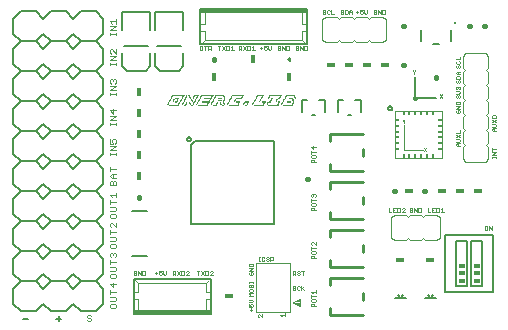
<source format=gto>
G75*
%MOIN*%
%OFA0B0*%
%FSLAX25Y25*%
%IPPOS*%
%LPD*%
%AMOC8*
5,1,8,0,0,1.08239X$1,22.5*
%
%ADD10C,0.00200*%
%ADD11C,0.00500*%
%ADD12C,0.00400*%
%ADD13C,0.00800*%
%ADD14C,0.01600*%
%ADD15C,0.00300*%
%ADD16R,0.01600X0.02800*%
%ADD17C,0.01000*%
%ADD18R,0.02800X0.01600*%
%ADD19C,0.00700*%
%ADD20C,0.00600*%
%ADD21R,0.02000X0.01500*%
%ADD22C,0.01000*%
%ADD23C,0.00394*%
%ADD24R,0.01575X0.00984*%
%ADD25R,0.00984X0.01575*%
%ADD26C,0.00100*%
%ADD27R,0.35433X0.01476*%
%ADD28R,0.25591X0.01476*%
%ADD29R,0.03060X0.00030*%
%ADD30R,0.00660X0.00030*%
%ADD31R,0.03060X0.00030*%
%ADD32R,0.01230X0.00030*%
%ADD33R,0.00630X0.00030*%
%ADD34R,0.03090X0.00030*%
%ADD35R,0.00660X0.00030*%
%ADD36R,0.01290X0.00030*%
%ADD37R,0.03090X0.00030*%
%ADD38R,0.00690X0.00030*%
%ADD39R,0.03060X0.00030*%
%ADD40R,0.00060X0.00030*%
%ADD41R,0.00060X0.00030*%
%ADD42R,0.00090X0.00030*%
%ADD43R,0.00090X0.00030*%
%ADD44R,0.00120X0.00030*%
%ADD45R,0.00090X0.00030*%
%ADD46R,0.00120X0.00030*%
%ADD47R,0.00090X0.00030*%
%ADD48R,0.00120X0.00030*%
%ADD49R,0.00120X0.00030*%
%ADD50R,0.00060X0.00030*%
%ADD51R,0.00060X0.00030*%
%ADD52R,0.00630X0.00030*%
%ADD53R,0.02460X0.00030*%
%ADD54R,0.01260X0.00030*%
%ADD55R,0.01230X0.00030*%
%ADD56R,0.00630X0.00030*%
%ADD57R,0.00690X0.00030*%
%ADD58R,0.02490X0.00030*%
%ADD59R,0.01290X0.00030*%
%ADD60R,0.01260X0.00030*%
%ADD61R,0.00150X0.00030*%
%ADD62R,0.00180X0.00030*%
%ADD63R,0.00210X0.00030*%
%ADD64R,0.00180X0.00030*%
%ADD65R,0.00210X0.00030*%
%ADD66R,0.00210X0.00030*%
%ADD67R,0.00420X0.00030*%
%ADD68R,0.00420X0.00030*%
%ADD69R,0.00210X0.00030*%
%ADD70R,0.00150X0.00030*%
%ADD71R,0.01230X0.00030*%
%ADD72R,0.02460X0.00030*%
%ADD73R,0.01860X0.00030*%
%ADD74R,0.00630X0.00030*%
%ADD75R,0.02490X0.00030*%
%ADD76R,0.01890X0.00030*%
%ADD77R,0.00690X0.00030*%
%ADD78R,0.01860X0.00030*%
%ADD79R,0.03660X0.00030*%
%ADD80R,0.03690X0.00030*%
%ADD81R,0.03690X0.00030*%
%ADD82R,0.03660X0.00030*%
D10*
X0101783Y0043181D02*
X0101783Y0047118D01*
X0100307Y0047118D01*
X0100307Y0049579D02*
X0101783Y0049579D01*
X0101783Y0052531D01*
X0100799Y0053516D01*
X0101783Y0052531D02*
X0124421Y0052531D01*
X0125406Y0053516D01*
X0124421Y0052531D02*
X0124421Y0049579D01*
X0125898Y0049579D01*
X0125898Y0047118D02*
X0124421Y0047118D01*
X0124421Y0043181D01*
X0138601Y0044676D02*
X0139302Y0044676D01*
X0139068Y0045143D01*
X0139068Y0045376D01*
X0139302Y0045610D01*
X0139769Y0045610D01*
X0140002Y0045376D01*
X0140002Y0044909D01*
X0139769Y0044676D01*
X0139302Y0044136D02*
X0139302Y0043202D01*
X0138835Y0043669D02*
X0139769Y0043669D01*
X0138601Y0044676D02*
X0138601Y0045610D01*
X0138601Y0046149D02*
X0139535Y0046149D01*
X0140002Y0046616D01*
X0139535Y0047083D01*
X0138601Y0047083D01*
X0138601Y0048202D02*
X0139068Y0048669D01*
X0138601Y0049136D01*
X0140002Y0049136D01*
X0139769Y0049676D02*
X0140002Y0049909D01*
X0140002Y0050376D01*
X0139769Y0050610D01*
X0138835Y0050610D01*
X0138601Y0050376D01*
X0138601Y0049909D01*
X0138835Y0049676D01*
X0139769Y0049676D01*
X0139769Y0051149D02*
X0140002Y0051382D01*
X0140002Y0051849D01*
X0139769Y0052083D01*
X0139535Y0052083D01*
X0139302Y0051849D01*
X0139302Y0051382D01*
X0139068Y0051149D01*
X0138835Y0051149D01*
X0138601Y0051382D01*
X0138601Y0051849D01*
X0138835Y0052083D01*
X0138601Y0052622D02*
X0138601Y0053089D01*
X0138601Y0052856D02*
X0140002Y0052856D01*
X0140002Y0053089D02*
X0140002Y0052622D01*
X0139769Y0055202D02*
X0140002Y0055436D01*
X0140002Y0055903D01*
X0139769Y0056136D01*
X0139302Y0056136D01*
X0139302Y0055669D01*
X0138835Y0055202D02*
X0139769Y0055202D01*
X0138835Y0055202D02*
X0138601Y0055436D01*
X0138601Y0055903D01*
X0138835Y0056136D01*
X0138601Y0056676D02*
X0140002Y0057610D01*
X0138601Y0057610D01*
X0138601Y0058149D02*
X0138601Y0058849D01*
X0138835Y0059083D01*
X0139769Y0059083D01*
X0140002Y0058849D01*
X0140002Y0058149D01*
X0138601Y0058149D01*
X0138601Y0056676D02*
X0140002Y0056676D01*
X0141890Y0059890D02*
X0142357Y0059890D01*
X0142123Y0059890D02*
X0142123Y0061291D01*
X0141890Y0061291D02*
X0142357Y0061291D01*
X0142872Y0061058D02*
X0142872Y0060124D01*
X0143105Y0059890D01*
X0143573Y0059890D01*
X0143806Y0060124D01*
X0144345Y0060124D02*
X0144579Y0059890D01*
X0145046Y0059890D01*
X0145279Y0060124D01*
X0145279Y0060357D01*
X0145046Y0060591D01*
X0144579Y0060591D01*
X0144345Y0060824D01*
X0144345Y0061058D01*
X0144579Y0061291D01*
X0145046Y0061291D01*
X0145279Y0061058D01*
X0145818Y0061291D02*
X0145818Y0059890D01*
X0145818Y0060357D02*
X0146519Y0060357D01*
X0146753Y0060591D01*
X0146753Y0061058D01*
X0146519Y0061291D01*
X0145818Y0061291D01*
X0143806Y0061058D02*
X0143573Y0061291D01*
X0143105Y0061291D01*
X0142872Y0061058D01*
X0153202Y0056604D02*
X0153202Y0055202D01*
X0153202Y0055669D02*
X0153903Y0055669D01*
X0154136Y0055903D01*
X0154136Y0056370D01*
X0153903Y0056604D01*
X0153202Y0056604D01*
X0153669Y0055669D02*
X0154136Y0055202D01*
X0154676Y0055436D02*
X0154909Y0055202D01*
X0155376Y0055202D01*
X0155610Y0055436D01*
X0155610Y0055669D01*
X0155376Y0055903D01*
X0154909Y0055903D01*
X0154676Y0056136D01*
X0154676Y0056370D01*
X0154909Y0056604D01*
X0155376Y0056604D01*
X0155610Y0056370D01*
X0156149Y0056604D02*
X0157083Y0056604D01*
X0156616Y0056604D02*
X0156616Y0055202D01*
X0157083Y0051604D02*
X0156149Y0050669D01*
X0156382Y0050903D02*
X0157083Y0050202D01*
X0156149Y0050202D02*
X0156149Y0051604D01*
X0155610Y0051370D02*
X0155376Y0051604D01*
X0154909Y0051604D01*
X0154676Y0051370D01*
X0154676Y0050436D01*
X0154909Y0050202D01*
X0155376Y0050202D01*
X0155610Y0050436D01*
X0154136Y0050436D02*
X0153903Y0050202D01*
X0153436Y0050202D01*
X0153202Y0050436D01*
X0153436Y0050903D02*
X0153903Y0050903D01*
X0154136Y0050669D01*
X0154136Y0050436D01*
X0153436Y0050903D02*
X0153202Y0051136D01*
X0153202Y0051370D01*
X0153436Y0051604D01*
X0153903Y0051604D01*
X0154136Y0051370D01*
X0159436Y0049680D02*
X0160837Y0049680D01*
X0160837Y0049213D02*
X0160837Y0050147D01*
X0159903Y0049213D02*
X0159436Y0049680D01*
X0159436Y0048674D02*
X0159436Y0047739D01*
X0159436Y0048206D02*
X0160837Y0048206D01*
X0160603Y0047200D02*
X0159669Y0047200D01*
X0159436Y0046967D01*
X0159436Y0046500D01*
X0159669Y0046266D01*
X0160603Y0046266D01*
X0160837Y0046500D01*
X0160837Y0046967D01*
X0160603Y0047200D01*
X0160136Y0045727D02*
X0160370Y0045494D01*
X0160370Y0044793D01*
X0160837Y0044793D02*
X0159436Y0044793D01*
X0159436Y0045494D01*
X0159669Y0045727D01*
X0160136Y0045727D01*
X0140002Y0048202D02*
X0138601Y0048202D01*
X0126556Y0055202D02*
X0125622Y0055202D01*
X0126556Y0056136D01*
X0126556Y0056370D01*
X0126323Y0056604D01*
X0125856Y0056604D01*
X0125622Y0056370D01*
X0125083Y0056370D02*
X0124849Y0056604D01*
X0124149Y0056604D01*
X0124149Y0055202D01*
X0124849Y0055202D01*
X0125083Y0055436D01*
X0125083Y0056370D01*
X0123610Y0056604D02*
X0122676Y0055202D01*
X0123610Y0055202D02*
X0122676Y0056604D01*
X0122136Y0056604D02*
X0121202Y0056604D01*
X0121669Y0056604D02*
X0121669Y0055202D01*
X0118556Y0055202D02*
X0117622Y0055202D01*
X0118556Y0056136D01*
X0118556Y0056370D01*
X0118323Y0056604D01*
X0117856Y0056604D01*
X0117622Y0056370D01*
X0117083Y0056370D02*
X0117083Y0055436D01*
X0116849Y0055202D01*
X0116149Y0055202D01*
X0116149Y0056604D01*
X0116849Y0056604D01*
X0117083Y0056370D01*
X0115610Y0056604D02*
X0114676Y0055202D01*
X0114136Y0055202D02*
X0113669Y0055669D01*
X0113903Y0055669D02*
X0113202Y0055669D01*
X0113202Y0055202D02*
X0113202Y0056604D01*
X0113903Y0056604D01*
X0114136Y0056370D01*
X0114136Y0055903D01*
X0113903Y0055669D01*
X0114676Y0056604D02*
X0115610Y0055202D01*
X0111083Y0055669D02*
X0111083Y0056604D01*
X0110149Y0056604D02*
X0110149Y0055669D01*
X0110616Y0055202D01*
X0111083Y0055669D01*
X0109610Y0055903D02*
X0109610Y0055436D01*
X0109376Y0055202D01*
X0108909Y0055202D01*
X0108676Y0055436D01*
X0108676Y0055903D02*
X0109143Y0056136D01*
X0109376Y0056136D01*
X0109610Y0055903D01*
X0109610Y0056604D02*
X0108676Y0056604D01*
X0108676Y0055903D01*
X0108136Y0055903D02*
X0107202Y0055903D01*
X0107669Y0056370D02*
X0107669Y0055436D01*
X0104083Y0055436D02*
X0104083Y0056370D01*
X0103849Y0056604D01*
X0103149Y0056604D01*
X0103149Y0055202D01*
X0103849Y0055202D01*
X0104083Y0055436D01*
X0102610Y0055202D02*
X0102610Y0056604D01*
X0101676Y0056604D02*
X0101676Y0055202D01*
X0101136Y0055436D02*
X0101136Y0055903D01*
X0100669Y0055903D01*
X0100202Y0056370D02*
X0100202Y0055436D01*
X0100436Y0055202D01*
X0100903Y0055202D01*
X0101136Y0055436D01*
X0101136Y0056370D02*
X0100903Y0056604D01*
X0100436Y0056604D01*
X0100202Y0056370D01*
X0101676Y0056604D02*
X0102610Y0055202D01*
X0159436Y0060793D02*
X0159436Y0061494D01*
X0159669Y0061727D01*
X0160136Y0061727D01*
X0160370Y0061494D01*
X0160370Y0060793D01*
X0160837Y0060793D02*
X0159436Y0060793D01*
X0159669Y0062266D02*
X0160603Y0062266D01*
X0160837Y0062500D01*
X0160837Y0062967D01*
X0160603Y0063200D01*
X0159669Y0063200D01*
X0159436Y0062967D01*
X0159436Y0062500D01*
X0159669Y0062266D01*
X0159436Y0063739D02*
X0159436Y0064674D01*
X0159436Y0064206D02*
X0160837Y0064206D01*
X0160837Y0065213D02*
X0159903Y0066147D01*
X0159669Y0066147D01*
X0159436Y0065913D01*
X0159436Y0065446D01*
X0159669Y0065213D01*
X0160837Y0065213D02*
X0160837Y0066147D01*
X0160837Y0076793D02*
X0159436Y0076793D01*
X0159436Y0077494D01*
X0159669Y0077727D01*
X0160136Y0077727D01*
X0160370Y0077494D01*
X0160370Y0076793D01*
X0160603Y0078266D02*
X0160837Y0078500D01*
X0160837Y0078967D01*
X0160603Y0079200D01*
X0159669Y0079200D01*
X0159436Y0078967D01*
X0159436Y0078500D01*
X0159669Y0078266D01*
X0160603Y0078266D01*
X0159436Y0079739D02*
X0159436Y0080674D01*
X0159436Y0080206D02*
X0160837Y0080206D01*
X0160603Y0081213D02*
X0160837Y0081446D01*
X0160837Y0081913D01*
X0160603Y0082147D01*
X0160370Y0082147D01*
X0160136Y0081913D01*
X0160136Y0081680D01*
X0160136Y0081913D02*
X0159903Y0082147D01*
X0159669Y0082147D01*
X0159436Y0081913D01*
X0159436Y0081446D01*
X0159669Y0081213D01*
X0159436Y0092793D02*
X0159436Y0093494D01*
X0159669Y0093727D01*
X0160136Y0093727D01*
X0160370Y0093494D01*
X0160370Y0092793D01*
X0160837Y0092793D02*
X0159436Y0092793D01*
X0159669Y0094266D02*
X0160603Y0094266D01*
X0160837Y0094500D01*
X0160837Y0094967D01*
X0160603Y0095200D01*
X0159669Y0095200D01*
X0159436Y0094967D01*
X0159436Y0094500D01*
X0159669Y0094266D01*
X0159436Y0095739D02*
X0159436Y0096674D01*
X0159436Y0096206D02*
X0160837Y0096206D01*
X0160136Y0097213D02*
X0160136Y0098147D01*
X0159436Y0097913D02*
X0160136Y0097213D01*
X0159436Y0097913D02*
X0160837Y0097913D01*
X0185202Y0077604D02*
X0185202Y0076202D01*
X0186136Y0076202D01*
X0186676Y0076202D02*
X0186676Y0077604D01*
X0187610Y0077604D01*
X0188149Y0077604D02*
X0188849Y0077604D01*
X0189083Y0077370D01*
X0189083Y0076436D01*
X0188849Y0076202D01*
X0188149Y0076202D01*
X0188149Y0077604D01*
X0187143Y0076903D02*
X0186676Y0076903D01*
X0186676Y0076202D02*
X0187610Y0076202D01*
X0189622Y0076202D02*
X0190556Y0077136D01*
X0190556Y0077370D01*
X0190323Y0077604D01*
X0189856Y0077604D01*
X0189622Y0077370D01*
X0189622Y0076202D02*
X0190556Y0076202D01*
X0192202Y0076436D02*
X0192436Y0076202D01*
X0192903Y0076202D01*
X0193136Y0076436D01*
X0193136Y0076903D01*
X0192669Y0076903D01*
X0192202Y0077370D02*
X0192202Y0076436D01*
X0192202Y0077370D02*
X0192436Y0077604D01*
X0192903Y0077604D01*
X0193136Y0077370D01*
X0193676Y0077604D02*
X0194610Y0076202D01*
X0194610Y0077604D01*
X0195149Y0077604D02*
X0195849Y0077604D01*
X0196083Y0077370D01*
X0196083Y0076436D01*
X0195849Y0076202D01*
X0195149Y0076202D01*
X0195149Y0077604D01*
X0193676Y0077604D02*
X0193676Y0076202D01*
X0198202Y0076202D02*
X0199136Y0076202D01*
X0199676Y0076202D02*
X0200610Y0076202D01*
X0201149Y0076202D02*
X0201849Y0076202D01*
X0202083Y0076436D01*
X0202083Y0077370D01*
X0201849Y0077604D01*
X0201149Y0077604D01*
X0201149Y0076202D01*
X0200143Y0076903D02*
X0199676Y0076903D01*
X0199676Y0077604D02*
X0199676Y0076202D01*
X0199676Y0077604D02*
X0200610Y0077604D01*
X0202622Y0077136D02*
X0203089Y0077604D01*
X0203089Y0076202D01*
X0202622Y0076202D02*
X0203556Y0076202D01*
X0198202Y0076202D02*
X0198202Y0077604D01*
X0217202Y0071370D02*
X0217202Y0070436D01*
X0217436Y0070202D01*
X0217903Y0070202D01*
X0218136Y0070436D01*
X0218136Y0071370D01*
X0217903Y0071604D01*
X0217436Y0071604D01*
X0217202Y0071370D01*
X0218676Y0071604D02*
X0219610Y0070202D01*
X0219610Y0071604D01*
X0218676Y0071604D02*
X0218676Y0070202D01*
X0219601Y0094202D02*
X0219601Y0094669D01*
X0219601Y0094436D02*
X0221002Y0094436D01*
X0221002Y0094669D02*
X0221002Y0094202D01*
X0221002Y0095185D02*
X0219601Y0095185D01*
X0221002Y0096119D01*
X0219601Y0096119D01*
X0219601Y0096658D02*
X0219601Y0097592D01*
X0219601Y0097125D02*
X0221002Y0097125D01*
X0221002Y0103202D02*
X0220068Y0103202D01*
X0219601Y0103669D01*
X0220068Y0104136D01*
X0221002Y0104136D01*
X0220769Y0104676D02*
X0221002Y0104909D01*
X0221002Y0105376D01*
X0220769Y0105610D01*
X0219601Y0105610D01*
X0219601Y0106149D02*
X0221002Y0107083D01*
X0221002Y0107622D02*
X0221002Y0108323D01*
X0220769Y0108556D01*
X0219835Y0108556D01*
X0219601Y0108323D01*
X0219601Y0107622D01*
X0221002Y0107622D01*
X0221002Y0106149D02*
X0219601Y0107083D01*
X0219601Y0104676D02*
X0220769Y0104676D01*
X0220302Y0104136D02*
X0220302Y0103202D01*
X0209002Y0103556D02*
X0209002Y0102622D01*
X0207601Y0102622D01*
X0207601Y0102083D02*
X0209002Y0101149D01*
X0208769Y0100610D02*
X0207601Y0100610D01*
X0207601Y0101149D02*
X0209002Y0102083D01*
X0208769Y0100610D02*
X0209002Y0100376D01*
X0209002Y0099909D01*
X0208769Y0099676D01*
X0207601Y0099676D01*
X0208068Y0099136D02*
X0209002Y0099136D01*
X0208302Y0099136D02*
X0208302Y0098202D01*
X0208068Y0098202D02*
X0207601Y0098669D01*
X0208068Y0099136D01*
X0208068Y0098202D02*
X0209002Y0098202D01*
X0208769Y0109202D02*
X0209002Y0109436D01*
X0209002Y0109903D01*
X0208769Y0110136D01*
X0208302Y0110136D01*
X0208302Y0109669D01*
X0207835Y0109202D02*
X0208769Y0109202D01*
X0207835Y0109202D02*
X0207601Y0109436D01*
X0207601Y0109903D01*
X0207835Y0110136D01*
X0207601Y0110676D02*
X0209002Y0111610D01*
X0207601Y0111610D01*
X0207601Y0112149D02*
X0207601Y0112849D01*
X0207835Y0113083D01*
X0208769Y0113083D01*
X0209002Y0112849D01*
X0209002Y0112149D01*
X0207601Y0112149D01*
X0207601Y0110676D02*
X0209002Y0110676D01*
X0208769Y0114202D02*
X0209002Y0114436D01*
X0209002Y0114903D01*
X0208769Y0115136D01*
X0208535Y0115136D01*
X0208302Y0114903D01*
X0208302Y0114669D01*
X0208302Y0114903D02*
X0208068Y0115136D01*
X0207835Y0115136D01*
X0207601Y0114903D01*
X0207601Y0114436D01*
X0207835Y0114202D01*
X0207601Y0115676D02*
X0208535Y0115676D01*
X0209002Y0116143D01*
X0208535Y0116610D01*
X0207601Y0116610D01*
X0207835Y0117149D02*
X0207601Y0117382D01*
X0207601Y0117849D01*
X0207835Y0118083D01*
X0208068Y0118083D01*
X0208302Y0117849D01*
X0208535Y0118083D01*
X0208769Y0118083D01*
X0209002Y0117849D01*
X0209002Y0117382D01*
X0208769Y0117149D01*
X0208302Y0117616D02*
X0208302Y0117849D01*
X0208068Y0119202D02*
X0208302Y0119436D01*
X0208302Y0119903D01*
X0208535Y0120136D01*
X0208769Y0120136D01*
X0209002Y0119903D01*
X0209002Y0119436D01*
X0208769Y0119202D01*
X0208068Y0119202D02*
X0207835Y0119202D01*
X0207601Y0119436D01*
X0207601Y0119903D01*
X0207835Y0120136D01*
X0207601Y0120676D02*
X0207601Y0121376D01*
X0207835Y0121610D01*
X0208769Y0121610D01*
X0209002Y0121376D01*
X0209002Y0120676D01*
X0207601Y0120676D01*
X0208068Y0122149D02*
X0207601Y0122616D01*
X0208068Y0123083D01*
X0209002Y0123083D01*
X0208302Y0123083D02*
X0208302Y0122149D01*
X0208068Y0122149D02*
X0209002Y0122149D01*
X0208769Y0124202D02*
X0209002Y0124436D01*
X0209002Y0124903D01*
X0208769Y0125136D01*
X0208535Y0125136D01*
X0208302Y0124903D01*
X0208302Y0124436D01*
X0208068Y0124202D01*
X0207835Y0124202D01*
X0207601Y0124436D01*
X0207601Y0124903D01*
X0207835Y0125136D01*
X0207835Y0125676D02*
X0208769Y0125676D01*
X0209002Y0125909D01*
X0209002Y0126376D01*
X0208769Y0126610D01*
X0209002Y0127149D02*
X0209002Y0128083D01*
X0209002Y0127149D02*
X0207601Y0127149D01*
X0207835Y0126610D02*
X0207601Y0126376D01*
X0207601Y0125909D01*
X0207835Y0125676D01*
X0194136Y0123604D02*
X0194136Y0123370D01*
X0193669Y0122903D01*
X0193669Y0122202D01*
X0193669Y0122903D02*
X0193202Y0123370D01*
X0193202Y0123604D01*
X0202202Y0115604D02*
X0203136Y0114202D01*
X0202202Y0114202D02*
X0203136Y0115604D01*
X0183849Y0142202D02*
X0183149Y0142202D01*
X0183149Y0143604D01*
X0183849Y0143604D01*
X0184083Y0143370D01*
X0184083Y0142436D01*
X0183849Y0142202D01*
X0182610Y0142202D02*
X0182610Y0143604D01*
X0181676Y0143604D02*
X0182610Y0142202D01*
X0181676Y0142202D02*
X0181676Y0143604D01*
X0181136Y0143370D02*
X0180903Y0143604D01*
X0180436Y0143604D01*
X0180202Y0143370D01*
X0180202Y0142436D01*
X0180436Y0142202D01*
X0180903Y0142202D01*
X0181136Y0142436D01*
X0181136Y0142903D01*
X0180669Y0142903D01*
X0178083Y0142669D02*
X0177616Y0142202D01*
X0177149Y0142669D01*
X0177149Y0143604D01*
X0176610Y0143604D02*
X0175676Y0143604D01*
X0175676Y0142903D01*
X0176143Y0143136D01*
X0176376Y0143136D01*
X0176610Y0142903D01*
X0176610Y0142436D01*
X0176376Y0142202D01*
X0175909Y0142202D01*
X0175676Y0142436D01*
X0175136Y0142903D02*
X0174202Y0142903D01*
X0174669Y0143370D02*
X0174669Y0142436D01*
X0173083Y0142202D02*
X0173083Y0143136D01*
X0172616Y0143604D01*
X0172149Y0143136D01*
X0172149Y0142202D01*
X0171610Y0142436D02*
X0171376Y0142202D01*
X0170676Y0142202D01*
X0170676Y0143604D01*
X0171376Y0143604D01*
X0171610Y0143370D01*
X0171610Y0142436D01*
X0172149Y0142903D02*
X0173083Y0142903D01*
X0170136Y0142669D02*
X0170136Y0142436D01*
X0169903Y0142202D01*
X0169436Y0142202D01*
X0169202Y0142436D01*
X0169436Y0142903D02*
X0169903Y0142903D01*
X0170136Y0142669D01*
X0170136Y0143370D02*
X0169903Y0143604D01*
X0169436Y0143604D01*
X0169202Y0143370D01*
X0169202Y0143136D01*
X0169436Y0142903D01*
X0167083Y0142202D02*
X0166149Y0142202D01*
X0166149Y0143604D01*
X0165610Y0143370D02*
X0165376Y0143604D01*
X0164909Y0143604D01*
X0164676Y0143370D01*
X0164676Y0142436D01*
X0164909Y0142202D01*
X0165376Y0142202D01*
X0165610Y0142436D01*
X0164136Y0142436D02*
X0163903Y0142202D01*
X0163436Y0142202D01*
X0163202Y0142436D01*
X0163436Y0142903D02*
X0163202Y0143136D01*
X0163202Y0143370D01*
X0163436Y0143604D01*
X0163903Y0143604D01*
X0164136Y0143370D01*
X0163903Y0142903D02*
X0164136Y0142669D01*
X0164136Y0142436D01*
X0163903Y0142903D02*
X0163436Y0142903D01*
X0157819Y0139087D02*
X0156343Y0139087D01*
X0156343Y0143024D01*
X0156343Y0136626D02*
X0156343Y0133673D01*
X0157327Y0132689D01*
X0157149Y0131604D02*
X0157849Y0131604D01*
X0158083Y0131370D01*
X0158083Y0130436D01*
X0157849Y0130202D01*
X0157149Y0130202D01*
X0157149Y0131604D01*
X0156610Y0131604D02*
X0156610Y0130202D01*
X0155676Y0131604D01*
X0155676Y0130202D01*
X0155136Y0130436D02*
X0155136Y0130903D01*
X0154669Y0130903D01*
X0154202Y0131370D02*
X0154202Y0130436D01*
X0154436Y0130202D01*
X0154903Y0130202D01*
X0155136Y0130436D01*
X0155136Y0131370D02*
X0154903Y0131604D01*
X0154436Y0131604D01*
X0154202Y0131370D01*
X0152083Y0131370D02*
X0152083Y0130436D01*
X0151849Y0130202D01*
X0151149Y0130202D01*
X0151149Y0131604D01*
X0151849Y0131604D01*
X0152083Y0131370D01*
X0150610Y0131604D02*
X0150610Y0130202D01*
X0149676Y0131604D01*
X0149676Y0130202D01*
X0149136Y0130436D02*
X0149136Y0130903D01*
X0148669Y0130903D01*
X0148202Y0131370D02*
X0148202Y0130436D01*
X0148436Y0130202D01*
X0148903Y0130202D01*
X0149136Y0130436D01*
X0149136Y0131370D02*
X0148903Y0131604D01*
X0148436Y0131604D01*
X0148202Y0131370D01*
X0146083Y0131604D02*
X0146083Y0130669D01*
X0145616Y0130202D01*
X0145149Y0130669D01*
X0145149Y0131604D01*
X0144610Y0131604D02*
X0143676Y0131604D01*
X0143676Y0130903D01*
X0144143Y0131136D01*
X0144376Y0131136D01*
X0144610Y0130903D01*
X0144610Y0130436D01*
X0144376Y0130202D01*
X0143909Y0130202D01*
X0143676Y0130436D01*
X0143136Y0130903D02*
X0142202Y0130903D01*
X0142669Y0131370D02*
X0142669Y0130436D01*
X0140556Y0130202D02*
X0139622Y0130202D01*
X0140089Y0130202D02*
X0140089Y0131604D01*
X0139622Y0131136D01*
X0139083Y0131370D02*
X0138849Y0131604D01*
X0138149Y0131604D01*
X0138149Y0130202D01*
X0138849Y0130202D01*
X0139083Y0130436D01*
X0139083Y0131370D01*
X0137610Y0131604D02*
X0136676Y0130202D01*
X0136136Y0130202D02*
X0135669Y0130669D01*
X0135903Y0130669D02*
X0135202Y0130669D01*
X0135202Y0130202D02*
X0135202Y0131604D01*
X0135903Y0131604D01*
X0136136Y0131370D01*
X0136136Y0130903D01*
X0135903Y0130669D01*
X0136676Y0131604D02*
X0137610Y0130202D01*
X0133556Y0130202D02*
X0132622Y0130202D01*
X0133089Y0130202D02*
X0133089Y0131604D01*
X0132622Y0131136D01*
X0132083Y0131370D02*
X0131849Y0131604D01*
X0131149Y0131604D01*
X0131149Y0130202D01*
X0131849Y0130202D01*
X0132083Y0130436D01*
X0132083Y0131370D01*
X0130610Y0131604D02*
X0129676Y0130202D01*
X0130610Y0130202D02*
X0129676Y0131604D01*
X0129136Y0131604D02*
X0128202Y0131604D01*
X0128669Y0131604D02*
X0128669Y0130202D01*
X0126083Y0130202D02*
X0125616Y0130669D01*
X0125849Y0130669D02*
X0125149Y0130669D01*
X0125149Y0130202D02*
X0125149Y0131604D01*
X0125849Y0131604D01*
X0126083Y0131370D01*
X0126083Y0130903D01*
X0125849Y0130669D01*
X0124610Y0131604D02*
X0123676Y0131604D01*
X0124143Y0131604D02*
X0124143Y0130202D01*
X0123136Y0130436D02*
X0123136Y0131370D01*
X0122903Y0131604D01*
X0122202Y0131604D01*
X0122202Y0130202D01*
X0122903Y0130202D01*
X0123136Y0130436D01*
X0122878Y0132689D02*
X0123862Y0133673D01*
X0123862Y0136626D01*
X0122386Y0136626D01*
X0122386Y0139087D02*
X0123862Y0139087D01*
X0123862Y0143024D01*
X0123862Y0133673D02*
X0156343Y0133673D01*
X0156343Y0136626D02*
X0157819Y0136626D01*
X0178083Y0142669D02*
X0178083Y0143604D01*
D11*
X0065154Y0040704D02*
X0063352Y0040704D01*
X0074352Y0040704D02*
X0076154Y0040704D01*
X0075253Y0041604D02*
X0075253Y0039803D01*
X0156165Y0109626D02*
X0156165Y0113563D01*
X0158134Y0113563D01*
X0162071Y0113563D02*
X0164039Y0113563D01*
X0164039Y0109626D01*
X0168165Y0109626D02*
X0168165Y0113563D01*
X0170134Y0113563D01*
X0174071Y0113563D02*
X0176039Y0113563D01*
X0176039Y0109626D01*
X0172594Y0108642D02*
X0171610Y0108642D01*
X0160594Y0108642D02*
X0159610Y0108642D01*
X0185102Y0110852D02*
X0185104Y0110902D01*
X0185110Y0110951D01*
X0185120Y0111000D01*
X0185133Y0111047D01*
X0185151Y0111094D01*
X0185172Y0111139D01*
X0185196Y0111182D01*
X0185224Y0111223D01*
X0185255Y0111262D01*
X0185289Y0111298D01*
X0185326Y0111332D01*
X0185366Y0111362D01*
X0185407Y0111389D01*
X0185451Y0111413D01*
X0185496Y0111433D01*
X0185543Y0111449D01*
X0185591Y0111462D01*
X0185640Y0111471D01*
X0185690Y0111476D01*
X0185739Y0111477D01*
X0185789Y0111474D01*
X0185838Y0111467D01*
X0185887Y0111456D01*
X0185934Y0111442D01*
X0185980Y0111423D01*
X0186025Y0111401D01*
X0186068Y0111376D01*
X0186108Y0111347D01*
X0186146Y0111315D01*
X0186182Y0111281D01*
X0186215Y0111243D01*
X0186244Y0111203D01*
X0186270Y0111161D01*
X0186293Y0111117D01*
X0186312Y0111071D01*
X0186328Y0111024D01*
X0186340Y0110975D01*
X0186348Y0110926D01*
X0186352Y0110877D01*
X0186352Y0110827D01*
X0186348Y0110778D01*
X0186340Y0110729D01*
X0186328Y0110680D01*
X0186312Y0110633D01*
X0186293Y0110587D01*
X0186270Y0110543D01*
X0186244Y0110501D01*
X0186215Y0110461D01*
X0186182Y0110423D01*
X0186146Y0110389D01*
X0186108Y0110357D01*
X0186068Y0110328D01*
X0186025Y0110303D01*
X0185980Y0110281D01*
X0185934Y0110262D01*
X0185887Y0110248D01*
X0185838Y0110237D01*
X0185789Y0110230D01*
X0185739Y0110227D01*
X0185690Y0110228D01*
X0185640Y0110233D01*
X0185591Y0110242D01*
X0185543Y0110255D01*
X0185496Y0110271D01*
X0185451Y0110291D01*
X0185407Y0110315D01*
X0185366Y0110342D01*
X0185326Y0110372D01*
X0185289Y0110406D01*
X0185255Y0110442D01*
X0185224Y0110481D01*
X0185196Y0110522D01*
X0185172Y0110565D01*
X0185151Y0110610D01*
X0185133Y0110657D01*
X0185120Y0110704D01*
X0185110Y0110753D01*
X0185104Y0110802D01*
X0185102Y0110852D01*
X0116102Y0131602D02*
X0108102Y0131602D01*
X0105102Y0131602D02*
X0097102Y0131602D01*
D12*
X0140963Y0059203D02*
X0140963Y0043002D01*
X0152213Y0043002D01*
X0152213Y0059203D01*
X0140963Y0059203D01*
X0153165Y0046102D02*
X0155665Y0047352D01*
X0155665Y0044852D01*
X0153165Y0046102D01*
X0153225Y0046073D02*
X0155665Y0046073D01*
X0155665Y0046471D02*
X0153902Y0046471D01*
X0154022Y0045674D02*
X0155665Y0045674D01*
X0155665Y0045276D02*
X0154819Y0045276D01*
X0155616Y0044877D02*
X0155665Y0044877D01*
X0155665Y0046870D02*
X0154699Y0046870D01*
X0155496Y0047268D02*
X0155665Y0047268D01*
X0086137Y0041470D02*
X0085803Y0041804D01*
X0085136Y0041804D01*
X0084802Y0041470D01*
X0084802Y0041137D01*
X0085136Y0040803D01*
X0085803Y0040803D01*
X0086137Y0040470D01*
X0086137Y0040136D01*
X0085803Y0039802D01*
X0085136Y0039802D01*
X0084802Y0040136D01*
D13*
X0082602Y0043102D02*
X0080102Y0045602D01*
X0077602Y0043102D01*
X0072602Y0043102D01*
X0070102Y0045602D01*
X0067602Y0043102D01*
X0062602Y0043102D01*
X0060102Y0045602D01*
X0060102Y0050602D01*
X0062602Y0053102D01*
X0067602Y0053102D01*
X0070102Y0050602D01*
X0072602Y0053102D01*
X0077602Y0053102D01*
X0080102Y0050602D01*
X0082602Y0053102D01*
X0087602Y0053102D01*
X0090102Y0050602D01*
X0090102Y0045602D01*
X0087602Y0043102D01*
X0082602Y0043102D01*
X0082602Y0053102D02*
X0080102Y0055602D01*
X0077602Y0053102D01*
X0072602Y0053102D01*
X0070102Y0055602D01*
X0067602Y0053102D01*
X0062602Y0053102D01*
X0060102Y0055602D01*
X0060102Y0060602D01*
X0062602Y0063102D01*
X0067602Y0063102D01*
X0070102Y0060602D01*
X0072602Y0063102D01*
X0077602Y0063102D01*
X0080102Y0060602D01*
X0082602Y0063102D01*
X0087602Y0063102D01*
X0090102Y0060602D01*
X0090102Y0055602D01*
X0087602Y0053102D01*
X0082602Y0053102D01*
X0082602Y0063102D02*
X0080102Y0065602D01*
X0077602Y0063102D01*
X0072602Y0063102D01*
X0070102Y0065602D01*
X0067602Y0063102D01*
X0062602Y0063102D01*
X0060102Y0065602D01*
X0060102Y0070602D01*
X0062602Y0073102D01*
X0067602Y0073102D01*
X0070102Y0070602D01*
X0072602Y0073102D01*
X0077602Y0073102D01*
X0080102Y0070602D01*
X0082602Y0073102D01*
X0087602Y0073102D01*
X0090102Y0070602D01*
X0090102Y0065602D01*
X0087602Y0063102D01*
X0082602Y0063102D01*
X0082602Y0073102D02*
X0080102Y0075602D01*
X0077602Y0073102D01*
X0072602Y0073102D01*
X0070102Y0075602D01*
X0067602Y0073102D01*
X0062602Y0073102D01*
X0060102Y0075602D01*
X0060102Y0080602D01*
X0062602Y0083102D01*
X0067602Y0083102D01*
X0070102Y0085602D01*
X0072602Y0083102D01*
X0077602Y0083102D01*
X0080102Y0085602D01*
X0082602Y0083102D01*
X0087602Y0083102D01*
X0090102Y0085602D01*
X0090102Y0090602D01*
X0087602Y0093102D01*
X0082602Y0093102D01*
X0080102Y0090602D01*
X0077602Y0093102D01*
X0072602Y0093102D01*
X0070102Y0090602D01*
X0067602Y0093102D01*
X0062602Y0093102D01*
X0060102Y0090602D01*
X0060102Y0085602D01*
X0062602Y0083102D01*
X0067602Y0083102D01*
X0070102Y0080602D01*
X0072602Y0083102D01*
X0077602Y0083102D01*
X0080102Y0080602D01*
X0082602Y0083102D01*
X0087602Y0083102D01*
X0090102Y0080602D01*
X0090102Y0075602D01*
X0087602Y0073102D01*
X0082602Y0073102D01*
X0099583Y0076499D02*
X0104701Y0076499D01*
X0119303Y0072303D02*
X0119303Y0098504D01*
X0120701Y0099902D01*
X0146902Y0099902D01*
X0146902Y0072303D01*
X0119303Y0072303D01*
X0104701Y0061736D02*
X0099583Y0061736D01*
X0100209Y0054008D02*
X0100209Y0042197D01*
X0125996Y0042197D01*
X0125996Y0054008D01*
X0100209Y0054008D01*
X0087602Y0093102D02*
X0082602Y0093102D01*
X0080102Y0095602D01*
X0077602Y0093102D01*
X0072602Y0093102D01*
X0070102Y0095602D01*
X0067602Y0093102D01*
X0062602Y0093102D01*
X0060102Y0095602D01*
X0060102Y0100602D01*
X0062602Y0103102D01*
X0067602Y0103102D01*
X0070102Y0100602D01*
X0072602Y0103102D01*
X0077602Y0103102D01*
X0080102Y0100602D01*
X0082602Y0103102D01*
X0087602Y0103102D01*
X0090102Y0100602D01*
X0090102Y0095602D01*
X0087602Y0093102D01*
X0087602Y0103102D02*
X0082602Y0103102D01*
X0080102Y0105602D01*
X0077602Y0103102D01*
X0072602Y0103102D01*
X0070102Y0105602D01*
X0067602Y0103102D01*
X0062602Y0103102D01*
X0060102Y0105602D01*
X0060102Y0110602D01*
X0062602Y0113102D01*
X0067602Y0113102D01*
X0070102Y0110602D01*
X0072602Y0113102D01*
X0077602Y0113102D01*
X0080102Y0110602D01*
X0082602Y0113102D01*
X0087602Y0113102D01*
X0090102Y0110602D01*
X0090102Y0105602D01*
X0087602Y0103102D01*
X0087602Y0113102D02*
X0082602Y0113102D01*
X0080102Y0115602D01*
X0077602Y0113102D01*
X0072602Y0113102D01*
X0070102Y0115602D01*
X0067602Y0113102D01*
X0062602Y0113102D01*
X0060102Y0115602D01*
X0060102Y0120602D01*
X0062602Y0123102D01*
X0067602Y0123102D01*
X0070102Y0120602D01*
X0072602Y0123102D01*
X0077602Y0123102D01*
X0080102Y0120602D01*
X0082602Y0123102D01*
X0087602Y0123102D01*
X0090102Y0120602D01*
X0090102Y0115602D01*
X0087602Y0113102D01*
X0087602Y0123102D02*
X0082602Y0123102D01*
X0080102Y0125602D01*
X0077602Y0123102D01*
X0072602Y0123102D01*
X0070102Y0125602D01*
X0067602Y0123102D01*
X0062602Y0123102D01*
X0060102Y0125602D01*
X0060102Y0130602D01*
X0062602Y0133102D01*
X0067602Y0133102D01*
X0070102Y0130602D01*
X0072602Y0133102D01*
X0077602Y0133102D01*
X0080102Y0130602D01*
X0082602Y0133102D01*
X0087602Y0133102D01*
X0090102Y0130602D01*
X0090102Y0125602D01*
X0087602Y0123102D01*
X0096378Y0124835D02*
X0097953Y0123260D01*
X0104252Y0123260D01*
X0105827Y0124835D01*
X0105827Y0129165D01*
X0107378Y0129165D02*
X0107378Y0124835D01*
X0108953Y0123260D01*
X0115252Y0123260D01*
X0116827Y0124835D01*
X0116827Y0129165D01*
X0122287Y0132197D02*
X0157917Y0132197D01*
X0157917Y0144008D01*
X0122287Y0144008D01*
X0122287Y0132197D01*
X0116827Y0137039D02*
X0116827Y0142945D01*
X0107378Y0142945D01*
X0107378Y0137039D01*
X0105827Y0137039D02*
X0105827Y0142945D01*
X0096378Y0142945D01*
X0096378Y0137039D01*
X0090102Y0135602D02*
X0090102Y0140602D01*
X0087602Y0143102D01*
X0082602Y0143102D01*
X0080102Y0140602D01*
X0077602Y0143102D01*
X0072602Y0143102D01*
X0070102Y0140602D01*
X0067602Y0143102D01*
X0062602Y0143102D01*
X0060102Y0140602D01*
X0060102Y0135602D01*
X0062602Y0133102D01*
X0067602Y0133102D01*
X0070102Y0135602D01*
X0072602Y0133102D01*
X0077602Y0133102D01*
X0080102Y0135602D01*
X0082602Y0133102D01*
X0087602Y0133102D01*
X0090102Y0135602D01*
X0096378Y0129165D02*
X0096378Y0124835D01*
X0118102Y0100602D02*
X0118104Y0100651D01*
X0118110Y0100699D01*
X0118120Y0100747D01*
X0118134Y0100794D01*
X0118151Y0100840D01*
X0118172Y0100884D01*
X0118197Y0100926D01*
X0118225Y0100966D01*
X0118257Y0101004D01*
X0118291Y0101039D01*
X0118328Y0101071D01*
X0118367Y0101100D01*
X0118409Y0101126D01*
X0118453Y0101148D01*
X0118498Y0101166D01*
X0118545Y0101181D01*
X0118592Y0101192D01*
X0118641Y0101199D01*
X0118690Y0101202D01*
X0118739Y0101201D01*
X0118787Y0101196D01*
X0118836Y0101187D01*
X0118883Y0101174D01*
X0118929Y0101157D01*
X0118973Y0101137D01*
X0119016Y0101113D01*
X0119057Y0101086D01*
X0119095Y0101055D01*
X0119131Y0101022D01*
X0119163Y0100986D01*
X0119193Y0100947D01*
X0119220Y0100906D01*
X0119243Y0100862D01*
X0119262Y0100817D01*
X0119278Y0100771D01*
X0119290Y0100724D01*
X0119298Y0100675D01*
X0119302Y0100626D01*
X0119302Y0100578D01*
X0119298Y0100529D01*
X0119290Y0100480D01*
X0119278Y0100433D01*
X0119262Y0100387D01*
X0119243Y0100342D01*
X0119220Y0100298D01*
X0119193Y0100257D01*
X0119163Y0100218D01*
X0119131Y0100182D01*
X0119095Y0100149D01*
X0119057Y0100118D01*
X0119016Y0100091D01*
X0118973Y0100067D01*
X0118929Y0100047D01*
X0118883Y0100030D01*
X0118836Y0100017D01*
X0118787Y0100008D01*
X0118739Y0100003D01*
X0118690Y0100002D01*
X0118641Y0100005D01*
X0118592Y0100012D01*
X0118545Y0100023D01*
X0118498Y0100038D01*
X0118453Y0100056D01*
X0118409Y0100078D01*
X0118367Y0100104D01*
X0118328Y0100133D01*
X0118291Y0100165D01*
X0118257Y0100200D01*
X0118225Y0100238D01*
X0118197Y0100278D01*
X0118172Y0100320D01*
X0118151Y0100364D01*
X0118134Y0100410D01*
X0118120Y0100457D01*
X0118110Y0100505D01*
X0118104Y0100553D01*
X0118102Y0100602D01*
X0193655Y0114102D02*
X0193657Y0114144D01*
X0193663Y0114185D01*
X0193673Y0114226D01*
X0193686Y0114266D01*
X0193703Y0114304D01*
X0193724Y0114340D01*
X0193748Y0114375D01*
X0193775Y0114407D01*
X0193805Y0114436D01*
X0193838Y0114462D01*
X0193872Y0114486D01*
X0193909Y0114505D01*
X0193948Y0114522D01*
X0193988Y0114534D01*
X0194029Y0114543D01*
X0194071Y0114548D01*
X0194112Y0114549D01*
X0194154Y0114546D01*
X0194196Y0114539D01*
X0194236Y0114528D01*
X0194275Y0114514D01*
X0194313Y0114496D01*
X0194349Y0114474D01*
X0194383Y0114450D01*
X0194414Y0114422D01*
X0194443Y0114391D01*
X0194468Y0114358D01*
X0194491Y0114322D01*
X0194510Y0114285D01*
X0194525Y0114246D01*
X0194537Y0114206D01*
X0194545Y0114165D01*
X0194549Y0114123D01*
X0194549Y0114081D01*
X0194545Y0114039D01*
X0194537Y0113998D01*
X0194525Y0113958D01*
X0194510Y0113919D01*
X0194491Y0113882D01*
X0194468Y0113846D01*
X0194443Y0113813D01*
X0194414Y0113782D01*
X0194383Y0113754D01*
X0194349Y0113730D01*
X0194313Y0113708D01*
X0194275Y0113690D01*
X0194236Y0113676D01*
X0194196Y0113665D01*
X0194154Y0113658D01*
X0194112Y0113655D01*
X0194071Y0113656D01*
X0194029Y0113661D01*
X0193988Y0113670D01*
X0193948Y0113682D01*
X0193909Y0113699D01*
X0193872Y0113718D01*
X0193838Y0113742D01*
X0193805Y0113768D01*
X0193775Y0113797D01*
X0193748Y0113829D01*
X0193724Y0113864D01*
X0193703Y0113900D01*
X0193686Y0113938D01*
X0193673Y0113978D01*
X0193663Y0114019D01*
X0193657Y0114060D01*
X0193655Y0114102D01*
X0194102Y0114102D02*
X0201102Y0114102D01*
X0194102Y0114102D02*
X0194102Y0121102D01*
X0196102Y0133412D02*
X0196102Y0136793D01*
X0200046Y0132312D02*
X0202159Y0132312D01*
X0206102Y0133412D02*
X0206102Y0136793D01*
X0204102Y0068602D02*
X0204102Y0049602D01*
X0220102Y0049602D01*
X0220102Y0068602D01*
X0204102Y0068602D01*
X0199962Y0048654D02*
X0199202Y0047494D01*
X0199102Y0047433D02*
X0198182Y0048654D01*
X0197291Y0047433D02*
X0199102Y0047433D01*
X0200913Y0047433D01*
X0190913Y0047433D02*
X0189102Y0047433D01*
X0188182Y0048654D01*
X0187291Y0047433D02*
X0189102Y0047433D01*
X0189202Y0047494D02*
X0189962Y0048654D01*
D14*
X0187222Y0083102D02*
X0186982Y0083102D01*
X0196982Y0083102D02*
X0197222Y0083102D01*
X0158222Y0087102D02*
X0157982Y0087102D01*
X0201102Y0120982D02*
X0201102Y0121222D01*
X0190222Y0125102D02*
X0189982Y0125102D01*
X0189982Y0138102D02*
X0190222Y0138102D01*
X0211982Y0138102D02*
X0212222Y0138102D01*
X0216982Y0138102D02*
X0217222Y0138102D01*
X0127102Y0127222D02*
X0127102Y0126982D01*
X0102102Y0081222D02*
X0102102Y0080982D01*
D15*
X0094452Y0081158D02*
X0094452Y0082626D01*
X0094452Y0081892D02*
X0092250Y0081892D01*
X0092984Y0081158D01*
X0092250Y0080324D02*
X0092250Y0078856D01*
X0092250Y0079590D02*
X0094452Y0079590D01*
X0094085Y0078022D02*
X0094452Y0077655D01*
X0094452Y0076921D01*
X0094085Y0076554D01*
X0092250Y0076554D01*
X0092617Y0075720D02*
X0092250Y0075353D01*
X0092250Y0074619D01*
X0092617Y0074252D01*
X0094085Y0074252D01*
X0094452Y0074619D01*
X0094452Y0075353D01*
X0094085Y0075720D01*
X0092617Y0075720D01*
X0092250Y0078022D02*
X0094085Y0078022D01*
X0094452Y0072626D02*
X0094452Y0071158D01*
X0092984Y0072626D01*
X0092617Y0072626D01*
X0092250Y0072259D01*
X0092250Y0071525D01*
X0092617Y0071158D01*
X0092250Y0070324D02*
X0092250Y0068856D01*
X0092250Y0069590D02*
X0094452Y0069590D01*
X0094085Y0068022D02*
X0092250Y0068022D01*
X0092250Y0066554D02*
X0094085Y0066554D01*
X0094452Y0066921D01*
X0094452Y0067655D01*
X0094085Y0068022D01*
X0094085Y0065720D02*
X0092617Y0065720D01*
X0092250Y0065353D01*
X0092250Y0064619D01*
X0092617Y0064252D01*
X0094085Y0064252D01*
X0094452Y0064619D01*
X0094452Y0065353D01*
X0094085Y0065720D01*
X0094085Y0062626D02*
X0094452Y0062259D01*
X0094452Y0061525D01*
X0094085Y0061158D01*
X0093351Y0061892D02*
X0093351Y0062259D01*
X0093718Y0062626D01*
X0094085Y0062626D01*
X0093351Y0062259D02*
X0092984Y0062626D01*
X0092617Y0062626D01*
X0092250Y0062259D01*
X0092250Y0061525D01*
X0092617Y0061158D01*
X0092250Y0060324D02*
X0092250Y0058856D01*
X0092250Y0059590D02*
X0094452Y0059590D01*
X0094085Y0058022D02*
X0092250Y0058022D01*
X0092250Y0056554D02*
X0094085Y0056554D01*
X0094452Y0056921D01*
X0094452Y0057655D01*
X0094085Y0058022D01*
X0094085Y0055720D02*
X0092617Y0055720D01*
X0092250Y0055353D01*
X0092250Y0054619D01*
X0092617Y0054252D01*
X0094085Y0054252D01*
X0094452Y0054619D01*
X0094452Y0055353D01*
X0094085Y0055720D01*
X0093351Y0052626D02*
X0093351Y0051158D01*
X0092250Y0052259D01*
X0094452Y0052259D01*
X0094452Y0049590D02*
X0092250Y0049590D01*
X0092250Y0048856D02*
X0092250Y0050324D01*
X0092250Y0048022D02*
X0094085Y0048022D01*
X0094452Y0047655D01*
X0094452Y0046921D01*
X0094085Y0046554D01*
X0092250Y0046554D01*
X0092617Y0045720D02*
X0092250Y0045353D01*
X0092250Y0044619D01*
X0092617Y0044252D01*
X0094085Y0044252D01*
X0094452Y0044619D01*
X0094452Y0045353D01*
X0094085Y0045720D01*
X0092617Y0045720D01*
X0092250Y0085252D02*
X0092250Y0086353D01*
X0092617Y0086720D01*
X0092984Y0086720D01*
X0093351Y0086353D01*
X0093351Y0085252D01*
X0094452Y0085252D02*
X0092250Y0085252D01*
X0093351Y0086353D02*
X0093718Y0086720D01*
X0094085Y0086720D01*
X0094452Y0086353D01*
X0094452Y0085252D01*
X0094452Y0087554D02*
X0092984Y0087554D01*
X0092250Y0088288D01*
X0092984Y0089022D01*
X0094452Y0089022D01*
X0093351Y0089022D02*
X0093351Y0087554D01*
X0092250Y0089856D02*
X0092250Y0091324D01*
X0092250Y0090590D02*
X0094452Y0090590D01*
X0094452Y0095252D02*
X0094452Y0095986D01*
X0094452Y0095619D02*
X0092250Y0095619D01*
X0092250Y0095252D02*
X0092250Y0095986D01*
X0092250Y0096787D02*
X0094452Y0098255D01*
X0092250Y0098255D01*
X0092250Y0099089D02*
X0093351Y0099089D01*
X0092984Y0099823D01*
X0092984Y0100190D01*
X0093351Y0100557D01*
X0094085Y0100557D01*
X0094452Y0100190D01*
X0094452Y0099456D01*
X0094085Y0099089D01*
X0092250Y0099089D02*
X0092250Y0100557D01*
X0092250Y0096787D02*
X0094452Y0096787D01*
X0094452Y0105252D02*
X0094452Y0105986D01*
X0094452Y0105619D02*
X0092250Y0105619D01*
X0092250Y0105252D02*
X0092250Y0105986D01*
X0092250Y0106787D02*
X0094452Y0108255D01*
X0092250Y0108255D01*
X0093351Y0109089D02*
X0093351Y0110557D01*
X0092250Y0110190D02*
X0093351Y0109089D01*
X0094452Y0110190D02*
X0092250Y0110190D01*
X0092250Y0106787D02*
X0094452Y0106787D01*
X0094452Y0115252D02*
X0094452Y0115986D01*
X0094452Y0115619D02*
X0092250Y0115619D01*
X0092250Y0115252D02*
X0092250Y0115986D01*
X0092250Y0116787D02*
X0094452Y0118255D01*
X0092250Y0118255D01*
X0092617Y0119089D02*
X0092250Y0119456D01*
X0092250Y0120190D01*
X0092617Y0120557D01*
X0092984Y0120557D01*
X0093351Y0120190D01*
X0093718Y0120557D01*
X0094085Y0120557D01*
X0094452Y0120190D01*
X0094452Y0119456D01*
X0094085Y0119089D01*
X0093351Y0119823D02*
X0093351Y0120190D01*
X0094452Y0116787D02*
X0092250Y0116787D01*
X0092250Y0125252D02*
X0092250Y0125986D01*
X0092250Y0125619D02*
X0094452Y0125619D01*
X0094452Y0125252D02*
X0094452Y0125986D01*
X0094452Y0126787D02*
X0092250Y0126787D01*
X0094452Y0128255D01*
X0092250Y0128255D01*
X0092617Y0129089D02*
X0092250Y0129456D01*
X0092250Y0130190D01*
X0092617Y0130557D01*
X0092984Y0130557D01*
X0094452Y0129089D01*
X0094452Y0130557D01*
X0094452Y0135252D02*
X0094452Y0135986D01*
X0094452Y0135619D02*
X0092250Y0135619D01*
X0092250Y0135252D02*
X0092250Y0135986D01*
X0092250Y0136787D02*
X0094452Y0138255D01*
X0092250Y0138255D01*
X0092984Y0139089D02*
X0092250Y0139823D01*
X0094452Y0139823D01*
X0094452Y0139089D02*
X0094452Y0140557D01*
X0094452Y0136787D02*
X0092250Y0136787D01*
X0162977Y0133602D02*
X0162977Y0140602D01*
X0164302Y0141302D01*
X0167902Y0141302D01*
X0168602Y0140602D01*
X0169302Y0141302D01*
X0172902Y0141302D01*
X0173602Y0140602D01*
X0174302Y0141302D01*
X0177902Y0141302D01*
X0178602Y0140602D01*
X0179302Y0141302D01*
X0182902Y0141302D01*
X0184227Y0140602D01*
X0184227Y0133602D01*
X0182902Y0132902D01*
X0179302Y0132902D01*
X0178602Y0133602D01*
X0177902Y0132902D01*
X0174302Y0132902D01*
X0173602Y0133602D01*
X0172902Y0132902D01*
X0169302Y0132902D01*
X0168602Y0133602D01*
X0167902Y0132902D01*
X0164302Y0132902D01*
X0162977Y0133602D01*
X0190260Y0105252D02*
X0190260Y0096984D01*
X0196638Y0096984D01*
X0209902Y0097902D02*
X0209902Y0094302D01*
X0210602Y0092977D01*
X0217602Y0092977D01*
X0218302Y0094302D01*
X0218302Y0097902D01*
X0217602Y0098602D01*
X0218302Y0099302D01*
X0218302Y0102902D01*
X0217602Y0103602D01*
X0218302Y0104302D01*
X0218302Y0107902D01*
X0217602Y0108602D01*
X0218302Y0109302D01*
X0218302Y0112902D01*
X0217602Y0113602D01*
X0218302Y0114302D01*
X0218302Y0117902D01*
X0217602Y0118602D01*
X0218302Y0119302D01*
X0218302Y0122902D01*
X0217602Y0123602D01*
X0218302Y0124302D01*
X0218302Y0127902D01*
X0217602Y0129227D01*
X0210602Y0129227D01*
X0209902Y0127902D01*
X0209902Y0124302D01*
X0210602Y0123602D01*
X0209902Y0122902D01*
X0209902Y0119302D01*
X0210602Y0118602D01*
X0209902Y0117902D01*
X0209902Y0114302D01*
X0210602Y0113602D01*
X0209902Y0112902D01*
X0209902Y0109302D01*
X0210602Y0108602D01*
X0209902Y0107902D01*
X0209902Y0104302D01*
X0210602Y0103602D01*
X0209902Y0102902D01*
X0209902Y0099302D01*
X0210602Y0098602D01*
X0209902Y0097902D01*
X0200902Y0075302D02*
X0197302Y0075302D01*
X0196602Y0074602D01*
X0195902Y0075302D01*
X0192302Y0075302D01*
X0191602Y0074602D01*
X0190902Y0075302D01*
X0187302Y0075302D01*
X0185977Y0074602D01*
X0185977Y0067602D01*
X0187302Y0066902D01*
X0190902Y0066902D01*
X0191602Y0067602D01*
X0192302Y0066902D01*
X0195902Y0066902D01*
X0196602Y0067602D01*
X0197302Y0066902D01*
X0200902Y0066902D01*
X0202227Y0067602D01*
X0202227Y0074602D01*
X0200902Y0075302D01*
D16*
X0152102Y0121102D03*
X0140102Y0127102D03*
X0127102Y0121102D03*
X0102102Y0116102D03*
X0102102Y0109102D03*
X0102102Y0102102D03*
X0102102Y0095102D03*
X0102102Y0088102D03*
D17*
X0165591Y0086402D02*
X0165591Y0084039D01*
X0165591Y0086402D02*
X0176614Y0086402D01*
X0176614Y0089803D02*
X0165591Y0089803D01*
X0165591Y0092165D01*
X0165591Y0100039D02*
X0165591Y0102402D01*
X0176614Y0102402D01*
X0176614Y0097283D02*
X0176614Y0094921D01*
X0176614Y0081283D02*
X0176614Y0078921D01*
X0176614Y0073803D02*
X0165591Y0073803D01*
X0165591Y0076165D01*
X0165591Y0070402D02*
X0165591Y0068039D01*
X0165591Y0070402D02*
X0176614Y0070402D01*
X0176614Y0065283D02*
X0176614Y0062921D01*
X0176614Y0057803D02*
X0165591Y0057803D01*
X0165591Y0060165D01*
X0165591Y0054402D02*
X0165591Y0052039D01*
X0165591Y0054402D02*
X0176614Y0054402D01*
X0176614Y0049283D02*
X0176614Y0046921D01*
X0176614Y0041803D02*
X0165591Y0041803D01*
X0165591Y0044165D01*
D18*
X0189102Y0060102D03*
X0199102Y0060102D03*
X0203102Y0083102D03*
X0209102Y0083102D03*
X0215102Y0083102D03*
X0192102Y0083102D03*
X0184102Y0125102D03*
X0178102Y0125102D03*
X0172102Y0125102D03*
X0166102Y0125102D03*
X0132102Y0048102D03*
D19*
X0207802Y0051602D02*
X0207802Y0066602D01*
X0211402Y0066602D01*
X0211402Y0051602D01*
X0212802Y0051602D02*
X0212802Y0066602D01*
X0216402Y0066602D01*
X0216402Y0051602D01*
D20*
X0212802Y0051602D01*
X0211402Y0051602D02*
X0207802Y0051602D01*
X0152402Y0126502D02*
X0151802Y0127102D01*
X0152402Y0127702D01*
X0152402Y0127102D01*
X0152402Y0126502D01*
X0152402Y0127102D02*
X0151802Y0127102D01*
D21*
X0209602Y0058352D03*
X0209602Y0055852D03*
X0209602Y0053352D03*
X0214602Y0053352D03*
X0214602Y0055852D03*
X0214602Y0058352D03*
D22*
X0207402Y0139102D03*
D23*
X0202976Y0109976D02*
X0187228Y0109976D01*
X0187228Y0094228D01*
X0202976Y0094228D01*
X0202976Y0109976D01*
D24*
X0202189Y0107024D03*
X0202189Y0105055D03*
X0202189Y0103087D03*
X0202189Y0101118D03*
X0202189Y0099150D03*
X0202189Y0097181D03*
X0188016Y0097181D03*
X0188016Y0099150D03*
X0188016Y0101118D03*
X0188016Y0103087D03*
X0188016Y0105055D03*
X0188016Y0107024D03*
D25*
X0190181Y0109189D03*
X0192150Y0109189D03*
X0194118Y0109189D03*
X0196087Y0109189D03*
X0198055Y0109189D03*
X0200024Y0109189D03*
X0200024Y0095016D03*
X0198055Y0095016D03*
X0196087Y0095016D03*
X0194118Y0095016D03*
X0192150Y0095016D03*
X0190181Y0095016D03*
D26*
X0197081Y0096680D02*
X0197682Y0097581D01*
X0197081Y0097581D02*
X0197682Y0096680D01*
X0190177Y0105971D02*
X0190177Y0106422D01*
X0190477Y0106722D01*
X0190477Y0106872D01*
X0190177Y0106422D02*
X0189877Y0106722D01*
X0189877Y0106872D01*
X0150615Y0042466D02*
X0150615Y0041465D01*
X0150615Y0041965D02*
X0149114Y0041965D01*
X0149614Y0041465D01*
X0143115Y0041152D02*
X0142114Y0042153D01*
X0141864Y0042153D01*
X0141614Y0041903D01*
X0141614Y0041403D01*
X0141864Y0041152D01*
X0143115Y0041152D02*
X0143115Y0042153D01*
D27*
X0140102Y0143270D03*
D28*
X0113102Y0042935D03*
D29*
X0113727Y0111672D03*
X0113727Y0111732D03*
D30*
X0117357Y0111732D03*
X0117357Y0111672D03*
X0119757Y0111672D03*
X0119757Y0111732D03*
X0118557Y0114972D03*
X0129987Y0111732D03*
X0129987Y0111672D03*
X0145617Y0112782D03*
X0146217Y0113832D03*
D31*
X0146817Y0111732D03*
X0146817Y0111672D03*
X0142017Y0111672D03*
X0142017Y0111732D03*
X0133587Y0111732D03*
X0133587Y0111672D03*
X0123357Y0111672D03*
X0123357Y0111732D03*
X0151647Y0111732D03*
X0151647Y0111672D03*
D32*
X0127272Y0111672D03*
X0127272Y0111732D03*
D33*
X0137802Y0111732D03*
X0137802Y0111672D03*
D34*
X0146832Y0111702D03*
X0151632Y0111702D03*
X0123372Y0111702D03*
X0113742Y0111702D03*
D35*
X0117357Y0111702D03*
X0119757Y0111702D03*
X0118557Y0114912D03*
X0118557Y0114942D03*
X0129987Y0111702D03*
X0145617Y0112752D03*
X0145617Y0112812D03*
X0146217Y0113892D03*
D36*
X0127272Y0111702D03*
X0114642Y0113862D03*
D37*
X0133602Y0111702D03*
D38*
X0137802Y0111702D03*
D39*
X0142017Y0111702D03*
D40*
X0154227Y0114012D03*
X0119577Y0113712D03*
X0118977Y0114792D03*
X0117777Y0114012D03*
X0116577Y0114012D03*
X0116577Y0111852D03*
X0115377Y0111852D03*
X0117777Y0111852D03*
X0112977Y0114012D03*
X0111777Y0111852D03*
D41*
X0112707Y0113712D03*
X0113907Y0113712D03*
X0115107Y0113712D03*
X0116307Y0113712D03*
X0119337Y0114012D03*
X0121137Y0113712D03*
X0121407Y0114012D03*
X0121737Y0114792D03*
X0122607Y0114012D03*
X0122337Y0113712D03*
X0122937Y0114792D03*
X0125937Y0113712D03*
X0126207Y0114012D03*
X0126537Y0114792D03*
X0127407Y0114012D03*
X0127137Y0113712D03*
X0127737Y0114792D03*
X0130407Y0114792D03*
X0130767Y0114012D03*
X0132567Y0113712D03*
X0132837Y0114012D03*
X0133167Y0114792D03*
X0134367Y0113712D03*
X0135237Y0111852D03*
X0137037Y0111852D03*
X0138237Y0111852D03*
X0140037Y0111852D03*
X0141237Y0114012D03*
X0143667Y0111852D03*
X0144867Y0111852D03*
X0145467Y0114012D03*
X0145797Y0114792D03*
X0146397Y0113712D03*
X0148197Y0113712D03*
X0149067Y0114012D03*
X0149397Y0114792D03*
X0150597Y0113712D03*
X0150867Y0114012D03*
X0151197Y0114792D03*
X0153867Y0114792D03*
X0153657Y0113592D03*
X0153657Y0113052D03*
X0149667Y0111852D03*
X0148467Y0111852D03*
X0136767Y0114792D03*
X0136437Y0114012D03*
X0130767Y0111852D03*
X0128007Y0111852D03*
X0126207Y0111852D03*
X0125007Y0111852D03*
X0121407Y0111852D03*
X0119337Y0111852D03*
X0113307Y0114792D03*
D42*
X0113172Y0114462D03*
X0113142Y0114402D03*
X0113112Y0114342D03*
X0112692Y0113652D03*
X0112662Y0113592D03*
X0112512Y0113262D03*
X0112482Y0113202D03*
X0112092Y0112602D03*
X0112062Y0112512D03*
X0112032Y0112452D03*
X0111942Y0112242D03*
X0111822Y0112002D03*
X0113592Y0112992D03*
X0113622Y0113052D03*
X0113712Y0113262D03*
X0113892Y0113652D03*
X0114822Y0113052D03*
X0114792Y0112992D03*
X0114792Y0112962D03*
X0115032Y0113502D03*
X0115062Y0113562D03*
X0116022Y0113052D03*
X0115992Y0112992D03*
X0115992Y0112962D03*
X0115692Y0112542D03*
X0115572Y0112302D03*
X0115482Y0112092D03*
X0115392Y0111912D03*
X0116682Y0112092D03*
X0116712Y0112152D03*
X0116742Y0112212D03*
X0116892Y0112542D03*
X0116922Y0112602D03*
X0117192Y0112962D03*
X0117342Y0113292D03*
X0117372Y0113352D03*
X0117432Y0113502D03*
X0117462Y0113562D03*
X0117522Y0113712D03*
X0117792Y0114042D03*
X0117882Y0114252D03*
X0117912Y0114312D03*
X0118062Y0114642D03*
X0118092Y0114702D03*
X0118122Y0114762D03*
X0118122Y0114792D03*
X0118992Y0114762D03*
X0119082Y0114552D03*
X0119112Y0114492D03*
X0119232Y0114252D03*
X0119322Y0114042D03*
X0119712Y0113412D03*
X0119742Y0113352D03*
X0119772Y0113292D03*
X0119922Y0112962D03*
X0120522Y0112602D03*
X0120432Y0112392D03*
X0120342Y0112212D03*
X0120312Y0112152D03*
X0120222Y0111942D03*
X0120192Y0111852D03*
X0119232Y0112092D03*
X0119172Y0112212D03*
X0119082Y0112392D03*
X0118992Y0112602D03*
X0118122Y0112602D03*
X0118092Y0112542D03*
X0117942Y0112212D03*
X0117912Y0112152D03*
X0117882Y0112092D03*
X0116232Y0113502D03*
X0116262Y0113562D03*
X0116592Y0114042D03*
X0116682Y0114252D03*
X0116712Y0114312D03*
X0116862Y0114642D03*
X0116892Y0114702D03*
X0116922Y0114762D03*
X0116922Y0114792D03*
X0120192Y0114042D03*
X0120192Y0114012D03*
X0120222Y0114102D03*
X0120312Y0114312D03*
X0120432Y0114552D03*
X0120522Y0114762D03*
X0120522Y0114792D03*
X0121422Y0114102D03*
X0121392Y0114042D03*
X0121092Y0113592D03*
X0120972Y0113352D03*
X0120912Y0113202D03*
X0120882Y0113142D03*
X0120792Y0112962D03*
X0121722Y0112602D03*
X0121692Y0112512D03*
X0121662Y0112452D03*
X0121632Y0112392D03*
X0121482Y0112062D03*
X0121422Y0111942D03*
X0121992Y0112962D03*
X0122082Y0113142D03*
X0122112Y0113202D03*
X0122172Y0113352D03*
X0122292Y0113592D03*
X0122742Y0114342D03*
X0122772Y0114402D03*
X0122862Y0114612D03*
X0122922Y0114762D03*
X0121722Y0114762D03*
X0121662Y0114612D03*
X0121632Y0114552D03*
X0125022Y0111912D03*
X0125172Y0112242D03*
X0125232Y0112362D03*
X0125622Y0112992D03*
X0125742Y0113262D03*
X0125832Y0113442D03*
X0125922Y0113652D03*
X0126222Y0114042D03*
X0126282Y0114192D03*
X0126312Y0114252D03*
X0126492Y0114642D03*
X0126522Y0114702D03*
X0127482Y0114192D03*
X0127512Y0114252D03*
X0127422Y0114042D03*
X0127092Y0113562D03*
X0127062Y0113502D03*
X0127032Y0113442D03*
X0126882Y0113112D03*
X0126822Y0112992D03*
X0126822Y0112962D03*
X0126522Y0112542D03*
X0126432Y0112362D03*
X0126312Y0112092D03*
X0126222Y0111912D03*
X0128022Y0111912D03*
X0128112Y0112092D03*
X0128232Y0112362D03*
X0128322Y0112542D03*
X0129222Y0112602D03*
X0129282Y0112452D03*
X0129312Y0112392D03*
X0129462Y0112062D03*
X0129492Y0112002D03*
X0129522Y0111942D03*
X0130482Y0112452D03*
X0130512Y0112392D03*
X0130422Y0112602D03*
X0130422Y0112962D03*
X0130572Y0113292D03*
X0130632Y0113412D03*
X0130662Y0114252D03*
X0130632Y0114312D03*
X0130542Y0114492D03*
X0130512Y0114552D03*
X0130482Y0114612D03*
X0130422Y0114762D03*
X0132522Y0113592D03*
X0132432Y0113412D03*
X0132342Y0113202D03*
X0132312Y0113142D03*
X0132222Y0112962D03*
X0131862Y0112392D03*
X0131772Y0112212D03*
X0131742Y0112152D03*
X0131622Y0111852D03*
X0130662Y0112092D03*
X0130632Y0112152D03*
X0132822Y0114042D03*
X0132882Y0114162D03*
X0133032Y0114492D03*
X0133062Y0114552D03*
X0133092Y0114612D03*
X0134322Y0113592D03*
X0134172Y0113262D03*
X0134142Y0113202D03*
X0134112Y0113142D03*
X0135492Y0112452D03*
X0135522Y0112512D03*
X0135312Y0112062D03*
X0135282Y0112002D03*
X0137232Y0112302D03*
X0137262Y0112362D03*
X0138342Y0112092D03*
X0138432Y0112302D03*
X0138462Y0112362D03*
X0140142Y0112092D03*
X0140172Y0112152D03*
X0140382Y0112602D03*
X0140712Y0113112D03*
X0140832Y0113352D03*
X0140892Y0113502D03*
X0140922Y0113562D03*
X0140982Y0113712D03*
X0141312Y0114192D03*
X0141342Y0114252D03*
X0141372Y0114312D03*
X0141522Y0114642D03*
X0141582Y0114762D03*
X0141582Y0114792D03*
X0142782Y0113712D03*
X0142662Y0113412D03*
X0142632Y0113352D03*
X0143082Y0114102D03*
X0143172Y0114312D03*
X0143262Y0114492D03*
X0143292Y0114552D03*
X0143382Y0114762D03*
X0143382Y0114792D03*
X0145512Y0114162D03*
X0145632Y0114402D03*
X0145722Y0114612D03*
X0145782Y0114762D03*
X0146382Y0113652D03*
X0146172Y0113202D03*
X0146142Y0113142D03*
X0145182Y0112602D03*
X0145122Y0112452D03*
X0145092Y0112392D03*
X0144942Y0112062D03*
X0144912Y0112002D03*
X0144882Y0111942D03*
X0143922Y0112452D03*
X0143892Y0112392D03*
X0143982Y0112602D03*
X0143742Y0112062D03*
X0143712Y0112002D03*
X0143682Y0111942D03*
X0147882Y0112992D03*
X0147912Y0113052D03*
X0148092Y0113442D03*
X0148182Y0113652D03*
X0149232Y0114402D03*
X0149262Y0114462D03*
X0150522Y0113502D03*
X0150492Y0113442D03*
X0150342Y0113112D03*
X0150312Y0113052D03*
X0150282Y0112992D03*
X0150282Y0112962D03*
X0149982Y0112542D03*
X0149892Y0112362D03*
X0149862Y0112302D03*
X0149772Y0112092D03*
X0149682Y0111912D03*
X0148692Y0112362D03*
X0148662Y0112302D03*
X0148632Y0112242D03*
X0148482Y0111912D03*
X0150882Y0114042D03*
X0150942Y0114192D03*
X0150972Y0114252D03*
X0151062Y0114462D03*
X0151182Y0114702D03*
X0153882Y0114762D03*
X0153942Y0114612D03*
X0153972Y0114552D03*
X0154092Y0114312D03*
X0154122Y0114252D03*
X0154212Y0114042D03*
X0153612Y0112602D03*
X0153522Y0112392D03*
X0153432Y0112212D03*
X0153312Y0111942D03*
X0153282Y0111852D03*
X0136632Y0114462D03*
X0136572Y0114342D03*
X0127722Y0114702D03*
X0127692Y0114642D03*
D43*
X0127602Y0114462D03*
X0126402Y0114462D03*
X0126852Y0113052D03*
X0126402Y0112302D03*
X0125652Y0113052D03*
X0125202Y0112302D03*
X0128202Y0112302D03*
X0129252Y0112512D03*
X0129552Y0111852D03*
X0130602Y0112212D03*
X0131652Y0111942D03*
X0131952Y0112602D03*
X0132402Y0113352D03*
X0132852Y0114102D03*
X0133152Y0114762D03*
X0134352Y0113652D03*
X0135552Y0112602D03*
X0135402Y0112242D03*
X0137052Y0111912D03*
X0137202Y0112242D03*
X0138252Y0111912D03*
X0138552Y0112542D03*
X0140202Y0112212D03*
X0140352Y0112542D03*
X0140652Y0112962D03*
X0140802Y0113292D03*
X0141252Y0114042D03*
X0141552Y0114702D03*
X0143052Y0114042D03*
X0143052Y0114012D03*
X0142602Y0113292D03*
X0142452Y0112962D03*
X0143952Y0112512D03*
X0145152Y0112512D03*
X0146202Y0113262D03*
X0146352Y0113592D03*
X0145602Y0114342D03*
X0148002Y0113262D03*
X0149202Y0114342D03*
X0150552Y0113562D03*
X0151152Y0114642D03*
X0154002Y0114492D03*
X0153402Y0112152D03*
X0136602Y0114402D03*
X0130752Y0114042D03*
X0130752Y0113712D03*
X0130602Y0113352D03*
X0122652Y0114162D03*
X0122202Y0113412D03*
X0121452Y0114162D03*
X0121602Y0114492D03*
X0120402Y0114492D03*
X0119202Y0114312D03*
X0119052Y0114612D03*
X0117852Y0114192D03*
X0116652Y0114192D03*
X0116202Y0113442D03*
X0116052Y0113112D03*
X0115602Y0112362D03*
X0114852Y0113112D03*
X0115002Y0113442D03*
X0113802Y0113442D03*
X0112452Y0113142D03*
X0111852Y0112062D03*
X0117252Y0113112D03*
X0119052Y0112452D03*
X0119202Y0112152D03*
X0121002Y0113412D03*
X0121452Y0112002D03*
D44*
X0121437Y0111972D03*
X0121467Y0112032D03*
X0121527Y0112182D03*
X0121677Y0112482D03*
X0122127Y0113232D03*
X0122187Y0113382D03*
X0122637Y0114132D03*
X0122787Y0114432D03*
X0122817Y0114522D03*
X0121617Y0114522D03*
X0121437Y0114132D03*
X0120987Y0113382D03*
X0120927Y0113232D03*
X0120477Y0112482D03*
X0120327Y0112182D03*
X0120267Y0112032D03*
X0120237Y0111972D03*
X0119277Y0111972D03*
X0119217Y0112122D03*
X0119187Y0112182D03*
X0119067Y0112422D03*
X0119037Y0112482D03*
X0119877Y0113082D03*
X0119727Y0113382D03*
X0119277Y0114132D03*
X0119217Y0114282D03*
X0119067Y0114582D03*
X0119037Y0114672D03*
X0118077Y0114672D03*
X0118017Y0114522D03*
X0117867Y0114222D03*
X0117837Y0114132D03*
X0117417Y0113472D03*
X0117387Y0113382D03*
X0117237Y0113082D03*
X0116787Y0112332D03*
X0116727Y0112182D03*
X0116637Y0111972D03*
X0115587Y0112332D03*
X0115527Y0112182D03*
X0116037Y0113082D03*
X0116217Y0113472D03*
X0116637Y0114132D03*
X0116667Y0114222D03*
X0116817Y0114522D03*
X0116877Y0114672D03*
X0115017Y0113472D03*
X0114837Y0113082D03*
X0113817Y0113472D03*
X0113877Y0113622D03*
X0113667Y0113172D03*
X0113637Y0113082D03*
X0112617Y0113472D03*
X0112677Y0113622D03*
X0112467Y0113172D03*
X0112017Y0112422D03*
X0111987Y0112332D03*
X0111837Y0112032D03*
X0111777Y0111882D03*
X0113067Y0114222D03*
X0113127Y0114372D03*
X0113217Y0114582D03*
X0113277Y0114672D03*
X0117987Y0112332D03*
X0117927Y0112182D03*
X0117837Y0111972D03*
X0120237Y0114132D03*
X0120267Y0114222D03*
X0120417Y0114522D03*
X0120477Y0114672D03*
X0125277Y0112482D03*
X0125217Y0112332D03*
X0125187Y0112272D03*
X0125127Y0112122D03*
X0125067Y0112032D03*
X0125637Y0113022D03*
X0125667Y0113082D03*
X0125727Y0113232D03*
X0125877Y0113532D03*
X0125937Y0113682D03*
X0126327Y0114282D03*
X0126387Y0114432D03*
X0126537Y0114732D03*
X0127527Y0114282D03*
X0127587Y0114432D03*
X0127737Y0114732D03*
X0127137Y0113682D03*
X0127077Y0113532D03*
X0126987Y0113322D03*
X0126927Y0113232D03*
X0126867Y0113082D03*
X0126837Y0113022D03*
X0126537Y0112572D03*
X0126417Y0112332D03*
X0126387Y0112272D03*
X0126327Y0112122D03*
X0128127Y0112122D03*
X0128187Y0112272D03*
X0128217Y0112332D03*
X0128337Y0112572D03*
X0129267Y0112482D03*
X0129417Y0112182D03*
X0129477Y0112032D03*
X0130467Y0112482D03*
X0130437Y0112572D03*
X0130617Y0112182D03*
X0130677Y0112032D03*
X0131667Y0111972D03*
X0131727Y0112122D03*
X0131877Y0112422D03*
X0131937Y0112572D03*
X0132327Y0113172D03*
X0132387Y0113322D03*
X0132417Y0113382D03*
X0132537Y0113622D03*
X0132837Y0114072D03*
X0132867Y0114132D03*
X0132987Y0114372D03*
X0133077Y0114582D03*
X0133137Y0114732D03*
X0134337Y0113622D03*
X0134277Y0113472D03*
X0134217Y0113382D03*
X0134127Y0113172D03*
X0134067Y0113022D03*
X0135477Y0112422D03*
X0135417Y0112272D03*
X0135267Y0111972D03*
X0135237Y0111882D03*
X0137037Y0111882D03*
X0137217Y0112272D03*
X0137277Y0112422D03*
X0138387Y0112182D03*
X0138417Y0112272D03*
X0138567Y0112572D03*
X0140187Y0112182D03*
X0140367Y0112572D03*
X0140667Y0113022D03*
X0140817Y0113322D03*
X0140877Y0113472D03*
X0141267Y0114072D03*
X0141327Y0114222D03*
X0141477Y0114522D03*
X0141537Y0114672D03*
X0141567Y0114732D03*
X0142767Y0113622D03*
X0142617Y0113322D03*
X0143067Y0114072D03*
X0143127Y0114222D03*
X0143277Y0114522D03*
X0143337Y0114672D03*
X0143367Y0114732D03*
X0145467Y0114072D03*
X0145617Y0114372D03*
X0145677Y0114522D03*
X0146367Y0113622D03*
X0146187Y0113232D03*
X0145167Y0112572D03*
X0145137Y0112482D03*
X0144987Y0112182D03*
X0144927Y0112032D03*
X0143937Y0112482D03*
X0143967Y0112572D03*
X0143787Y0112182D03*
X0143727Y0112032D03*
X0147927Y0113082D03*
X0147987Y0113232D03*
X0148137Y0113532D03*
X0148167Y0113622D03*
X0149187Y0114282D03*
X0149217Y0114372D03*
X0149367Y0114672D03*
X0150537Y0113532D03*
X0150387Y0113232D03*
X0150327Y0113082D03*
X0149877Y0112332D03*
X0149817Y0112182D03*
X0149787Y0112122D03*
X0148737Y0112482D03*
X0148677Y0112332D03*
X0148587Y0112122D03*
X0148527Y0112032D03*
X0148467Y0111882D03*
X0150987Y0114282D03*
X0151017Y0114372D03*
X0151167Y0114672D03*
X0153927Y0114672D03*
X0153987Y0114522D03*
X0154137Y0114222D03*
X0154167Y0114132D03*
X0153567Y0112482D03*
X0153537Y0112422D03*
X0153417Y0112182D03*
X0153387Y0112122D03*
X0153327Y0111972D03*
X0136737Y0114672D03*
X0136677Y0114582D03*
X0136617Y0114432D03*
X0136587Y0114372D03*
X0136527Y0114222D03*
X0130737Y0114072D03*
X0130677Y0114222D03*
X0130527Y0114522D03*
X0130467Y0114672D03*
X0130437Y0114732D03*
X0130737Y0113622D03*
X0130677Y0113532D03*
X0130617Y0113382D03*
X0130587Y0113322D03*
X0130527Y0113172D03*
X0130467Y0113082D03*
D45*
X0130422Y0112932D03*
X0130542Y0113232D03*
X0130662Y0113472D03*
X0130572Y0114432D03*
X0130542Y0112332D03*
X0130572Y0112272D03*
X0131622Y0111882D03*
X0131832Y0112332D03*
X0132282Y0113082D03*
X0132462Y0113472D03*
X0132492Y0113532D03*
X0132912Y0114222D03*
X0132942Y0114282D03*
X0133122Y0114672D03*
X0134292Y0113532D03*
X0134082Y0113082D03*
X0135372Y0112182D03*
X0135342Y0112122D03*
X0137082Y0111972D03*
X0137172Y0112182D03*
X0138282Y0111972D03*
X0138312Y0112032D03*
X0138492Y0112422D03*
X0138522Y0112482D03*
X0140112Y0112032D03*
X0140232Y0112272D03*
X0140292Y0112422D03*
X0140322Y0112482D03*
X0140382Y0112632D03*
X0140742Y0113172D03*
X0140772Y0113232D03*
X0140982Y0113682D03*
X0141432Y0114432D03*
X0141492Y0114582D03*
X0142782Y0113682D03*
X0142692Y0113472D03*
X0142572Y0113232D03*
X0142482Y0113022D03*
X0143862Y0112332D03*
X0143832Y0112272D03*
X0143772Y0112122D03*
X0144972Y0112122D03*
X0145032Y0112272D03*
X0145062Y0112332D03*
X0146112Y0113082D03*
X0146232Y0113322D03*
X0146322Y0113532D03*
X0146382Y0113682D03*
X0145542Y0114222D03*
X0145572Y0114282D03*
X0145782Y0114732D03*
X0143232Y0114432D03*
X0148032Y0113322D03*
X0148062Y0113382D03*
X0148782Y0112572D03*
X0148512Y0111972D03*
X0149682Y0111882D03*
X0149712Y0111972D03*
X0149742Y0112032D03*
X0149922Y0112422D03*
X0150372Y0113172D03*
X0150462Y0113382D03*
X0150582Y0113622D03*
X0150882Y0114072D03*
X0150912Y0114132D03*
X0151092Y0114522D03*
X0151122Y0114582D03*
X0149382Y0114732D03*
X0149292Y0114522D03*
X0149112Y0114132D03*
X0149082Y0114072D03*
X0153462Y0112272D03*
X0153492Y0112332D03*
X0153612Y0112632D03*
X0153282Y0111882D03*
X0154062Y0114372D03*
X0154032Y0114432D03*
X0136662Y0114522D03*
X0136482Y0114132D03*
X0129372Y0112272D03*
X0129342Y0112332D03*
X0129222Y0112572D03*
X0128292Y0112482D03*
X0128262Y0112422D03*
X0128082Y0112032D03*
X0128022Y0111882D03*
X0126492Y0112482D03*
X0126462Y0112422D03*
X0126282Y0112032D03*
X0126222Y0111882D03*
X0125142Y0112182D03*
X0125322Y0112572D03*
X0125772Y0113322D03*
X0126222Y0114072D03*
X0126432Y0114522D03*
X0126462Y0114582D03*
X0127422Y0114072D03*
X0127632Y0114522D03*
X0127662Y0114582D03*
X0127122Y0113622D03*
X0126912Y0113172D03*
X0122922Y0114732D03*
X0122892Y0114672D03*
X0122712Y0114282D03*
X0122682Y0114222D03*
X0122322Y0113682D03*
X0122262Y0113532D03*
X0122232Y0113472D03*
X0122022Y0113022D03*
X0121572Y0112272D03*
X0121512Y0112122D03*
X0121392Y0111882D03*
X0120372Y0112272D03*
X0120522Y0112632D03*
X0120822Y0113022D03*
X0121032Y0113472D03*
X0121062Y0113532D03*
X0121122Y0113682D03*
X0121482Y0114222D03*
X0121512Y0114282D03*
X0121572Y0114432D03*
X0121692Y0114672D03*
X0120372Y0114432D03*
X0120342Y0114372D03*
X0119592Y0113682D03*
X0119682Y0113472D03*
X0119832Y0113172D03*
X0119112Y0112332D03*
X0119142Y0112272D03*
X0119322Y0111882D03*
X0120192Y0111882D03*
X0118122Y0112632D03*
X0118062Y0112482D03*
X0118032Y0112422D03*
X0117972Y0112272D03*
X0117792Y0111882D03*
X0116772Y0112272D03*
X0116832Y0112422D03*
X0116862Y0112482D03*
X0116922Y0112632D03*
X0117282Y0113172D03*
X0117312Y0113232D03*
X0117492Y0113622D03*
X0117522Y0113682D03*
X0117942Y0114372D03*
X0117972Y0114432D03*
X0118032Y0114582D03*
X0119142Y0114432D03*
X0119172Y0114372D03*
X0116832Y0114582D03*
X0116772Y0114432D03*
X0116742Y0114372D03*
X0116292Y0113622D03*
X0116172Y0113382D03*
X0116082Y0113172D03*
X0115662Y0112482D03*
X0115632Y0112422D03*
X0115422Y0111972D03*
X0115392Y0111882D03*
X0116592Y0111882D03*
X0114882Y0113172D03*
X0114972Y0113382D03*
X0115092Y0113622D03*
X0113772Y0113382D03*
X0113742Y0113322D03*
X0112992Y0114072D03*
X0113022Y0114132D03*
X0112692Y0113682D03*
X0112632Y0113532D03*
X0112542Y0113322D03*
X0112422Y0113082D03*
X0112092Y0112572D03*
X0111912Y0112182D03*
X0111882Y0112122D03*
X0113292Y0114732D03*
D46*
X0113157Y0114432D03*
X0113097Y0114282D03*
X0113907Y0113682D03*
X0113847Y0113532D03*
X0113697Y0113232D03*
X0113607Y0113022D03*
X0112557Y0113382D03*
X0112497Y0113232D03*
X0112407Y0113022D03*
X0112047Y0112482D03*
X0111957Y0112272D03*
X0111807Y0111972D03*
X0114807Y0113022D03*
X0114897Y0113232D03*
X0114957Y0113322D03*
X0115047Y0113532D03*
X0115107Y0113682D03*
X0116097Y0113232D03*
X0116157Y0113322D03*
X0116247Y0113532D03*
X0116307Y0113682D03*
X0116607Y0114072D03*
X0116697Y0114282D03*
X0116907Y0114732D03*
X0117897Y0114282D03*
X0117807Y0114072D03*
X0117447Y0113532D03*
X0117357Y0113322D03*
X0117207Y0113022D03*
X0116907Y0112572D03*
X0116697Y0112122D03*
X0115707Y0112572D03*
X0115557Y0112272D03*
X0115497Y0112122D03*
X0116007Y0113022D03*
X0117897Y0112122D03*
X0118107Y0112572D03*
X0119007Y0112572D03*
X0119247Y0112032D03*
X0120297Y0112122D03*
X0120447Y0112422D03*
X0120507Y0112572D03*
X0120897Y0113172D03*
X0120957Y0113322D03*
X0121107Y0113622D03*
X0121407Y0114072D03*
X0121557Y0114372D03*
X0121647Y0114582D03*
X0121707Y0114732D03*
X0122757Y0114372D03*
X0122847Y0114582D03*
X0122607Y0114072D03*
X0122307Y0113622D03*
X0122157Y0113322D03*
X0122097Y0113172D03*
X0121707Y0112572D03*
X0121647Y0112422D03*
X0119907Y0113022D03*
X0119757Y0113322D03*
X0119607Y0113622D03*
X0119307Y0114072D03*
X0119247Y0114222D03*
X0119097Y0114522D03*
X0119007Y0114732D03*
X0118107Y0114732D03*
X0120207Y0114072D03*
X0120297Y0114282D03*
X0120447Y0114582D03*
X0120507Y0114732D03*
X0125007Y0111882D03*
X0125247Y0112422D03*
X0125697Y0113172D03*
X0125847Y0113472D03*
X0125907Y0113622D03*
X0126297Y0114222D03*
X0126357Y0114372D03*
X0126507Y0114672D03*
X0127497Y0114222D03*
X0127557Y0114372D03*
X0127707Y0114672D03*
X0127047Y0113472D03*
X0126357Y0112182D03*
X0128157Y0112182D03*
X0129297Y0112422D03*
X0129447Y0112122D03*
X0129507Y0111972D03*
X0130497Y0112422D03*
X0130647Y0112122D03*
X0130707Y0111972D03*
X0131697Y0112032D03*
X0131757Y0112182D03*
X0131907Y0112482D03*
X0132357Y0113232D03*
X0133047Y0114522D03*
X0134157Y0113232D03*
X0135507Y0112482D03*
X0135447Y0112332D03*
X0135297Y0112032D03*
X0137097Y0112032D03*
X0137157Y0112122D03*
X0137247Y0112332D03*
X0137307Y0112482D03*
X0138357Y0112122D03*
X0138447Y0112332D03*
X0140097Y0111972D03*
X0140157Y0112122D03*
X0140247Y0112332D03*
X0140697Y0113082D03*
X0140847Y0113382D03*
X0140907Y0113532D03*
X0141297Y0114132D03*
X0141357Y0114282D03*
X0142707Y0113532D03*
X0142647Y0113382D03*
X0142557Y0113172D03*
X0142497Y0113082D03*
X0143097Y0114132D03*
X0143157Y0114282D03*
X0143307Y0114582D03*
X0145497Y0114132D03*
X0145647Y0114432D03*
X0145707Y0114582D03*
X0146307Y0113472D03*
X0146247Y0113382D03*
X0146157Y0113172D03*
X0146097Y0113022D03*
X0145107Y0112422D03*
X0144897Y0111972D03*
X0143907Y0112422D03*
X0143697Y0111972D03*
X0147897Y0113022D03*
X0147957Y0113172D03*
X0148107Y0113472D03*
X0148197Y0113682D03*
X0149157Y0114222D03*
X0149247Y0114432D03*
X0149307Y0114582D03*
X0150597Y0113682D03*
X0150507Y0113472D03*
X0150447Y0113322D03*
X0150297Y0113022D03*
X0149997Y0112572D03*
X0149847Y0112272D03*
X0148707Y0112422D03*
X0148647Y0112272D03*
X0150957Y0114222D03*
X0151047Y0114432D03*
X0151197Y0114732D03*
X0153897Y0114732D03*
X0153957Y0114582D03*
X0154107Y0114282D03*
X0154197Y0114072D03*
X0153597Y0112572D03*
X0153357Y0112032D03*
X0136557Y0114282D03*
X0130707Y0114132D03*
X0130647Y0114282D03*
X0130497Y0114582D03*
D47*
X0130602Y0114372D03*
X0130752Y0113682D03*
X0130452Y0113022D03*
X0130752Y0111882D03*
X0131802Y0112272D03*
X0131952Y0112632D03*
X0132252Y0113022D03*
X0132552Y0113682D03*
X0133002Y0114432D03*
X0134352Y0113682D03*
X0134202Y0113322D03*
X0135552Y0112572D03*
X0136452Y0114072D03*
X0136752Y0114732D03*
X0137352Y0112572D03*
X0138252Y0111882D03*
X0140052Y0111882D03*
X0140952Y0113622D03*
X0141402Y0114372D03*
X0142452Y0112932D03*
X0143652Y0111882D03*
X0144852Y0111882D03*
X0145752Y0114672D03*
X0143202Y0114372D03*
X0148602Y0112182D03*
X0149952Y0112482D03*
X0129552Y0111882D03*
X0128052Y0111972D03*
X0127002Y0113382D03*
X0127452Y0114132D03*
X0126252Y0114132D03*
X0125802Y0113382D03*
X0126252Y0111972D03*
X0125052Y0111972D03*
X0122052Y0113082D03*
X0121602Y0112332D03*
X0120852Y0113082D03*
X0120402Y0112332D03*
X0119802Y0113232D03*
X0119652Y0113532D03*
X0117852Y0112032D03*
X0116652Y0112032D03*
X0115452Y0112032D03*
X0113202Y0114522D03*
D48*
X0113187Y0114492D03*
X0113217Y0114552D03*
X0113277Y0114702D03*
X0113067Y0114252D03*
X0113037Y0114192D03*
X0113037Y0114162D03*
X0112977Y0114042D03*
X0112617Y0113502D03*
X0112587Y0113442D03*
X0112587Y0113412D03*
X0112527Y0113292D03*
X0112437Y0113112D03*
X0112377Y0112992D03*
X0112377Y0112962D03*
X0112077Y0112542D03*
X0112017Y0112392D03*
X0111987Y0112362D03*
X0111927Y0112212D03*
X0111867Y0112092D03*
X0111777Y0111912D03*
X0113577Y0112962D03*
X0113637Y0113112D03*
X0113667Y0113142D03*
X0113727Y0113292D03*
X0113787Y0113412D03*
X0113817Y0113502D03*
X0113877Y0113592D03*
X0114867Y0113142D03*
X0114927Y0113262D03*
X0114927Y0113292D03*
X0114987Y0113412D03*
X0115077Y0113592D03*
X0116067Y0113142D03*
X0116127Y0113262D03*
X0116127Y0113292D03*
X0116187Y0113412D03*
X0116277Y0113592D03*
X0116637Y0114162D03*
X0116727Y0114342D03*
X0116787Y0114462D03*
X0116787Y0114492D03*
X0116817Y0114552D03*
X0117837Y0114162D03*
X0117927Y0114342D03*
X0117987Y0114462D03*
X0117987Y0114492D03*
X0118017Y0114552D03*
X0119037Y0114642D03*
X0119127Y0114462D03*
X0119187Y0114342D03*
X0119277Y0114162D03*
X0119637Y0113592D03*
X0119637Y0113562D03*
X0119667Y0113502D03*
X0119787Y0113262D03*
X0119817Y0113202D03*
X0119877Y0113052D03*
X0120477Y0112512D03*
X0120417Y0112362D03*
X0120387Y0112302D03*
X0120267Y0112062D03*
X0120237Y0112002D03*
X0119277Y0112002D03*
X0119127Y0112302D03*
X0119037Y0112512D03*
X0118077Y0112512D03*
X0118017Y0112392D03*
X0118017Y0112362D03*
X0117987Y0112302D03*
X0117867Y0112062D03*
X0117837Y0112002D03*
X0116817Y0112362D03*
X0116817Y0112392D03*
X0116787Y0112302D03*
X0116877Y0112512D03*
X0116667Y0112062D03*
X0116637Y0112002D03*
X0115677Y0112512D03*
X0115617Y0112392D03*
X0115527Y0112212D03*
X0115467Y0112062D03*
X0115437Y0112002D03*
X0117237Y0113052D03*
X0117267Y0113142D03*
X0117327Y0113262D03*
X0117387Y0113412D03*
X0117417Y0113442D03*
X0117477Y0113592D03*
X0120237Y0114162D03*
X0120267Y0114192D03*
X0120327Y0114342D03*
X0120387Y0114462D03*
X0120477Y0114642D03*
X0121467Y0114192D03*
X0121527Y0114312D03*
X0121527Y0114342D03*
X0121587Y0114462D03*
X0121677Y0114642D03*
X0122667Y0114192D03*
X0122637Y0114102D03*
X0122727Y0114312D03*
X0122787Y0114462D03*
X0122817Y0114492D03*
X0122877Y0114642D03*
X0122277Y0113562D03*
X0122217Y0113442D03*
X0122127Y0113262D03*
X0122067Y0113112D03*
X0122037Y0113052D03*
X0121617Y0112362D03*
X0121587Y0112302D03*
X0121527Y0112152D03*
X0120837Y0113052D03*
X0120867Y0113112D03*
X0120927Y0113262D03*
X0121017Y0113442D03*
X0121077Y0113562D03*
X0125037Y0111942D03*
X0125067Y0112002D03*
X0125127Y0112152D03*
X0125277Y0112452D03*
X0125337Y0112602D03*
X0125667Y0113112D03*
X0125727Y0113202D03*
X0125787Y0113352D03*
X0125817Y0113412D03*
X0125877Y0113562D03*
X0126237Y0114102D03*
X0126267Y0114162D03*
X0126327Y0114312D03*
X0126387Y0114402D03*
X0126417Y0114492D03*
X0126477Y0114612D03*
X0126537Y0114762D03*
X0127527Y0114312D03*
X0127587Y0114402D03*
X0127617Y0114492D03*
X0127677Y0114612D03*
X0127737Y0114762D03*
X0127467Y0114162D03*
X0127437Y0114102D03*
X0127137Y0113652D03*
X0127017Y0113412D03*
X0126987Y0113352D03*
X0126927Y0113202D03*
X0126537Y0112602D03*
X0126477Y0112452D03*
X0126387Y0112242D03*
X0126327Y0112152D03*
X0126267Y0112002D03*
X0126237Y0111942D03*
X0128037Y0111942D03*
X0128067Y0112002D03*
X0128127Y0112152D03*
X0128187Y0112242D03*
X0128277Y0112452D03*
X0128337Y0112602D03*
X0129237Y0112542D03*
X0129327Y0112362D03*
X0129387Y0112242D03*
X0129387Y0112212D03*
X0129417Y0112152D03*
X0129537Y0111912D03*
X0130527Y0112362D03*
X0130587Y0112242D03*
X0130677Y0112062D03*
X0130737Y0111942D03*
X0130737Y0111912D03*
X0130467Y0112512D03*
X0130437Y0112542D03*
X0130437Y0112992D03*
X0130467Y0113052D03*
X0130527Y0113202D03*
X0130677Y0113502D03*
X0130737Y0113652D03*
X0130737Y0114102D03*
X0130677Y0114192D03*
X0130617Y0114342D03*
X0130587Y0114402D03*
X0130467Y0114642D03*
X0130437Y0114702D03*
X0132537Y0113652D03*
X0132477Y0113502D03*
X0132387Y0113292D03*
X0132267Y0113052D03*
X0132237Y0112992D03*
X0131937Y0112542D03*
X0131877Y0112452D03*
X0131817Y0112302D03*
X0131787Y0112242D03*
X0131727Y0112092D03*
X0131667Y0112002D03*
X0131637Y0111912D03*
X0134037Y0112962D03*
X0134037Y0112992D03*
X0134067Y0113052D03*
X0134187Y0113292D03*
X0134217Y0113352D03*
X0134277Y0113502D03*
X0132927Y0114252D03*
X0132987Y0114402D03*
X0133017Y0114462D03*
X0133137Y0114702D03*
X0135537Y0112542D03*
X0135477Y0112392D03*
X0135417Y0112302D03*
X0135387Y0112212D03*
X0135327Y0112092D03*
X0135267Y0111942D03*
X0135237Y0111912D03*
X0137067Y0111942D03*
X0137127Y0112062D03*
X0137127Y0112092D03*
X0137187Y0112212D03*
X0137277Y0112392D03*
X0137337Y0112512D03*
X0137337Y0112542D03*
X0137367Y0112602D03*
X0138387Y0112212D03*
X0138417Y0112242D03*
X0138477Y0112392D03*
X0138537Y0112512D03*
X0138567Y0112602D03*
X0138327Y0112062D03*
X0138267Y0111942D03*
X0140067Y0111942D03*
X0140067Y0111912D03*
X0140127Y0112062D03*
X0140217Y0112242D03*
X0140277Y0112362D03*
X0140277Y0112392D03*
X0140337Y0112512D03*
X0140667Y0112992D03*
X0140727Y0113142D03*
X0140787Y0113262D03*
X0140877Y0113442D03*
X0140937Y0113592D03*
X0140967Y0113652D03*
X0141267Y0114102D03*
X0141387Y0114342D03*
X0141417Y0114402D03*
X0141477Y0114552D03*
X0142767Y0113652D03*
X0142737Y0113592D03*
X0142737Y0113562D03*
X0142677Y0113442D03*
X0142587Y0113262D03*
X0142527Y0113142D03*
X0142527Y0113112D03*
X0142467Y0112992D03*
X0143127Y0114192D03*
X0143187Y0114342D03*
X0143217Y0114402D03*
X0143337Y0114642D03*
X0143367Y0114702D03*
X0145467Y0114042D03*
X0145527Y0114192D03*
X0145587Y0114312D03*
X0145677Y0114492D03*
X0145737Y0114642D03*
X0145767Y0114702D03*
X0146337Y0113562D03*
X0146277Y0113442D03*
X0146277Y0113412D03*
X0146217Y0113292D03*
X0146127Y0113112D03*
X0146067Y0112992D03*
X0146067Y0112962D03*
X0145167Y0112542D03*
X0145077Y0112362D03*
X0145017Y0112242D03*
X0145017Y0112212D03*
X0144987Y0112152D03*
X0144867Y0111912D03*
X0143877Y0112362D03*
X0143817Y0112242D03*
X0143817Y0112212D03*
X0143787Y0112152D03*
X0143667Y0111912D03*
X0143967Y0112542D03*
X0147867Y0112962D03*
X0147927Y0113112D03*
X0147987Y0113202D03*
X0148017Y0113292D03*
X0148077Y0113412D03*
X0148137Y0113562D03*
X0148167Y0113592D03*
X0149067Y0114042D03*
X0149127Y0114162D03*
X0149127Y0114192D03*
X0149187Y0114312D03*
X0149277Y0114492D03*
X0149337Y0114612D03*
X0149337Y0114642D03*
X0149367Y0114702D03*
X0150567Y0113592D03*
X0150477Y0113412D03*
X0150417Y0113292D03*
X0150417Y0113262D03*
X0150387Y0113202D03*
X0149967Y0112512D03*
X0149937Y0112452D03*
X0149817Y0112212D03*
X0149787Y0112152D03*
X0149727Y0112002D03*
X0148767Y0112512D03*
X0148767Y0112542D03*
X0148737Y0112452D03*
X0148617Y0112212D03*
X0148587Y0112152D03*
X0148527Y0112002D03*
X0150927Y0114162D03*
X0150987Y0114312D03*
X0151017Y0114342D03*
X0151077Y0114492D03*
X0151137Y0114612D03*
X0153927Y0114642D03*
X0154017Y0114462D03*
X0154077Y0114342D03*
X0154137Y0114192D03*
X0154167Y0114162D03*
X0153567Y0112512D03*
X0153537Y0112452D03*
X0153477Y0112302D03*
X0153387Y0112092D03*
X0153327Y0112002D03*
X0136767Y0114762D03*
X0136737Y0114702D03*
X0136677Y0114552D03*
X0136527Y0114252D03*
X0136467Y0114102D03*
X0136437Y0114042D03*
D49*
X0136497Y0114162D03*
X0136497Y0114192D03*
X0136557Y0114312D03*
X0136647Y0114492D03*
X0136707Y0114612D03*
X0136707Y0114642D03*
X0137307Y0112452D03*
X0137157Y0112152D03*
X0137097Y0112002D03*
X0138297Y0112002D03*
X0138357Y0112152D03*
X0138507Y0112452D03*
X0140097Y0112002D03*
X0140247Y0112302D03*
X0140307Y0112452D03*
X0140697Y0113052D03*
X0140757Y0113202D03*
X0140847Y0113412D03*
X0141297Y0114162D03*
X0141447Y0114462D03*
X0141447Y0114492D03*
X0141507Y0114612D03*
X0142707Y0113502D03*
X0142557Y0113202D03*
X0142497Y0113052D03*
X0143097Y0114162D03*
X0143157Y0114252D03*
X0143247Y0114462D03*
X0143307Y0114612D03*
X0145497Y0114102D03*
X0145557Y0114252D03*
X0145647Y0114462D03*
X0145707Y0114552D03*
X0146307Y0113502D03*
X0146247Y0113352D03*
X0146097Y0113052D03*
X0145047Y0112302D03*
X0144957Y0112092D03*
X0143847Y0112302D03*
X0143757Y0112092D03*
X0147957Y0113142D03*
X0148047Y0113352D03*
X0148107Y0113502D03*
X0148797Y0112602D03*
X0148707Y0112392D03*
X0148557Y0112092D03*
X0148557Y0112062D03*
X0148497Y0111942D03*
X0149697Y0111942D03*
X0149757Y0112062D03*
X0149847Y0112242D03*
X0149907Y0112392D03*
X0149997Y0112602D03*
X0150357Y0113142D03*
X0150447Y0113352D03*
X0150597Y0113652D03*
X0150897Y0114102D03*
X0151047Y0114402D03*
X0151107Y0114552D03*
X0151197Y0114762D03*
X0149397Y0114762D03*
X0149307Y0114552D03*
X0149157Y0114252D03*
X0149097Y0114102D03*
X0153357Y0112062D03*
X0153297Y0111912D03*
X0153447Y0112242D03*
X0153507Y0112362D03*
X0153597Y0112542D03*
X0154197Y0114102D03*
X0154047Y0114402D03*
X0153897Y0114702D03*
X0135447Y0112362D03*
X0135357Y0112152D03*
X0134097Y0113112D03*
X0134247Y0113412D03*
X0134247Y0113442D03*
X0134307Y0113562D03*
X0132897Y0114192D03*
X0132957Y0114312D03*
X0132957Y0114342D03*
X0133107Y0114642D03*
X0132507Y0113562D03*
X0132447Y0113442D03*
X0132357Y0113262D03*
X0132297Y0113112D03*
X0131907Y0112512D03*
X0131847Y0112362D03*
X0131697Y0112062D03*
X0130707Y0112002D03*
X0130557Y0112302D03*
X0130497Y0113112D03*
X0130497Y0113142D03*
X0130557Y0113262D03*
X0130647Y0113442D03*
X0130707Y0113562D03*
X0130707Y0113592D03*
X0130707Y0114162D03*
X0130557Y0114462D03*
X0129357Y0112302D03*
X0129447Y0112092D03*
X0128307Y0112512D03*
X0128247Y0112392D03*
X0128157Y0112212D03*
X0128097Y0112062D03*
X0126897Y0113142D03*
X0126957Y0113262D03*
X0126957Y0113292D03*
X0127107Y0113592D03*
X0127557Y0114342D03*
X0127647Y0114552D03*
X0126447Y0114552D03*
X0126357Y0114342D03*
X0125907Y0113592D03*
X0125847Y0113502D03*
X0125757Y0113292D03*
X0125697Y0113142D03*
X0125607Y0112962D03*
X0125307Y0112542D03*
X0125307Y0112512D03*
X0125247Y0112392D03*
X0125157Y0112212D03*
X0125097Y0112092D03*
X0125097Y0112062D03*
X0126297Y0112062D03*
X0126357Y0112212D03*
X0126447Y0112392D03*
X0126507Y0112512D03*
X0122697Y0114252D03*
X0122607Y0114042D03*
X0122307Y0113652D03*
X0122247Y0113502D03*
X0122157Y0113292D03*
X0122007Y0112992D03*
X0121707Y0112542D03*
X0121557Y0112242D03*
X0121557Y0112212D03*
X0121497Y0112092D03*
X0121407Y0111912D03*
X0120507Y0112542D03*
X0120447Y0112452D03*
X0120357Y0112242D03*
X0120297Y0112092D03*
X0120207Y0111912D03*
X0119307Y0111912D03*
X0119307Y0111942D03*
X0119247Y0112062D03*
X0119157Y0112242D03*
X0119097Y0112362D03*
X0119007Y0112542D03*
X0118047Y0112452D03*
X0117957Y0112242D03*
X0117807Y0111942D03*
X0117807Y0111912D03*
X0116757Y0112242D03*
X0116847Y0112452D03*
X0116607Y0111942D03*
X0116607Y0111912D03*
X0115557Y0112242D03*
X0115497Y0112152D03*
X0115407Y0111942D03*
X0115647Y0112452D03*
X0115707Y0112602D03*
X0116097Y0113202D03*
X0116157Y0113352D03*
X0116307Y0113652D03*
X0116607Y0114102D03*
X0116757Y0114402D03*
X0116847Y0114612D03*
X0117807Y0114102D03*
X0117957Y0114402D03*
X0118047Y0114612D03*
X0119007Y0114702D03*
X0119157Y0114402D03*
X0119247Y0114192D03*
X0119307Y0114102D03*
X0119607Y0113652D03*
X0119697Y0113442D03*
X0119847Y0113142D03*
X0119847Y0113112D03*
X0119907Y0112992D03*
X0120807Y0112992D03*
X0120957Y0113292D03*
X0121047Y0113502D03*
X0121107Y0113652D03*
X0121497Y0114252D03*
X0121557Y0114402D03*
X0121707Y0114702D03*
X0122847Y0114552D03*
X0122907Y0114702D03*
X0120507Y0114702D03*
X0120447Y0114612D03*
X0120357Y0114402D03*
X0120297Y0114252D03*
X0117507Y0113652D03*
X0117297Y0113202D03*
X0117207Y0112992D03*
X0115107Y0113652D03*
X0114957Y0113352D03*
X0114897Y0113202D03*
X0113847Y0113562D03*
X0113757Y0113352D03*
X0113697Y0113202D03*
X0112647Y0113562D03*
X0112557Y0113352D03*
X0112407Y0113052D03*
X0111957Y0112302D03*
X0111897Y0112152D03*
X0111807Y0111942D03*
X0113007Y0114102D03*
X0113097Y0114312D03*
X0113247Y0114612D03*
X0113247Y0114642D03*
X0113307Y0114762D03*
D50*
X0112107Y0112632D03*
X0115707Y0112632D03*
X0119937Y0112932D03*
X0120807Y0112932D03*
X0121737Y0112632D03*
X0122007Y0112932D03*
X0125337Y0112632D03*
X0125607Y0112932D03*
X0126537Y0112632D03*
X0126807Y0112932D03*
X0128337Y0112632D03*
X0129207Y0112632D03*
X0130407Y0112632D03*
X0132237Y0112932D03*
X0134037Y0112932D03*
X0135567Y0112632D03*
X0137367Y0112632D03*
X0138567Y0112632D03*
X0140637Y0112932D03*
X0143997Y0112632D03*
X0145197Y0112632D03*
X0146067Y0112932D03*
X0147867Y0112932D03*
X0148797Y0112632D03*
X0149997Y0112632D03*
X0150267Y0112932D03*
D51*
X0118977Y0112632D03*
X0117177Y0112932D03*
X0115977Y0112932D03*
X0114777Y0112932D03*
X0113577Y0112932D03*
X0112377Y0112932D03*
D52*
X0114342Y0112812D03*
X0114342Y0112752D03*
D53*
X0124257Y0112752D03*
X0124257Y0112812D03*
X0124857Y0113892D03*
X0129087Y0114912D03*
X0152547Y0114912D03*
X0152547Y0114942D03*
D54*
X0152547Y0113892D03*
X0152547Y0113862D03*
X0151947Y0112812D03*
X0151947Y0112752D03*
X0143517Y0112752D03*
X0143517Y0112812D03*
X0135087Y0112812D03*
X0135087Y0112752D03*
X0129087Y0113862D03*
X0129087Y0113892D03*
X0121257Y0114912D03*
X0121257Y0114942D03*
D55*
X0114642Y0113892D03*
X0138102Y0112812D03*
X0138102Y0112752D03*
D56*
X0148632Y0112752D03*
X0148632Y0112812D03*
X0148632Y0113892D03*
D57*
X0148632Y0112782D03*
X0114342Y0112782D03*
D58*
X0124272Y0112782D03*
D59*
X0135102Y0112782D03*
X0138102Y0112782D03*
D60*
X0143517Y0112782D03*
X0151947Y0112782D03*
X0152547Y0113832D03*
X0129087Y0113832D03*
X0121257Y0114972D03*
D61*
X0153642Y0113082D03*
D62*
X0153597Y0113112D03*
X0153297Y0113292D03*
X0153297Y0113352D03*
D63*
X0153402Y0113412D03*
X0153552Y0113502D03*
X0153552Y0113142D03*
D64*
X0153507Y0113172D03*
X0153507Y0113472D03*
X0153597Y0113532D03*
D65*
X0153462Y0113442D03*
X0153342Y0113262D03*
X0153462Y0113202D03*
D66*
X0153402Y0113232D03*
X0153252Y0113322D03*
D67*
X0129387Y0113352D03*
X0129387Y0113292D03*
X0128787Y0113292D03*
X0128787Y0113352D03*
D68*
X0128787Y0113322D03*
X0129387Y0113322D03*
D69*
X0153342Y0113382D03*
D70*
X0153642Y0113562D03*
D71*
X0114642Y0113832D03*
D72*
X0124857Y0113832D03*
X0129087Y0114972D03*
X0152547Y0114972D03*
D73*
X0142617Y0114972D03*
X0135387Y0113832D03*
D74*
X0148632Y0113832D03*
D75*
X0129072Y0114942D03*
X0124872Y0113862D03*
D76*
X0135402Y0113862D03*
D77*
X0146232Y0113862D03*
X0148632Y0113862D03*
D78*
X0142617Y0114912D03*
X0142617Y0114942D03*
X0135387Y0113892D03*
D79*
X0135087Y0114912D03*
X0124857Y0114912D03*
X0115257Y0114912D03*
X0147717Y0114912D03*
D80*
X0147732Y0114942D03*
X0124872Y0114942D03*
X0115242Y0114942D03*
D81*
X0135102Y0114942D03*
D82*
X0135087Y0114972D03*
X0124857Y0114972D03*
X0115257Y0114972D03*
X0147717Y0114972D03*
M02*

</source>
